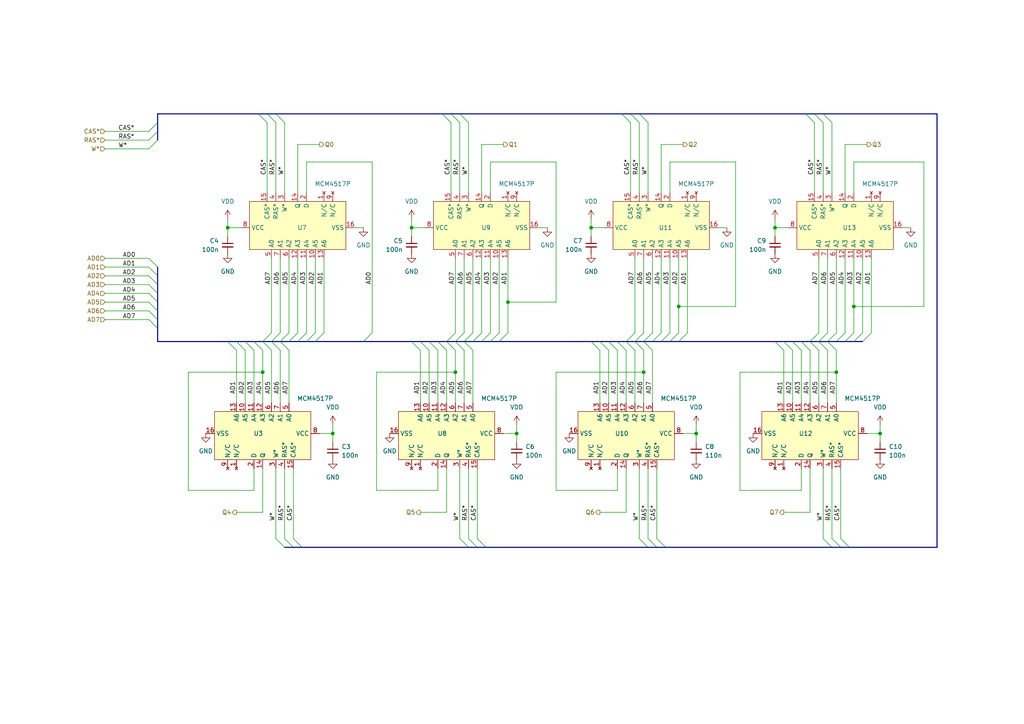
<source format=kicad_sch>
(kicad_sch (version 20230121) (generator eeschema)

  (uuid 9ccd2208-df9e-4f45-9090-aef807fca234)

  (paper "A4")

  (lib_symbols
    (symbol "Device:C_Small" (pin_numbers hide) (pin_names (offset 0.254) hide) (in_bom yes) (on_board yes)
      (property "Reference" "C" (at 0.254 1.778 0)
        (effects (font (size 1.27 1.27)) (justify left))
      )
      (property "Value" "C_Small" (at 0.254 -2.032 0)
        (effects (font (size 1.27 1.27)) (justify left))
      )
      (property "Footprint" "" (at 0 0 0)
        (effects (font (size 1.27 1.27)) hide)
      )
      (property "Datasheet" "~" (at 0 0 0)
        (effects (font (size 1.27 1.27)) hide)
      )
      (property "ki_keywords" "capacitor cap" (at 0 0 0)
        (effects (font (size 1.27 1.27)) hide)
      )
      (property "ki_description" "Unpolarized capacitor, small symbol" (at 0 0 0)
        (effects (font (size 1.27 1.27)) hide)
      )
      (property "ki_fp_filters" "C_*" (at 0 0 0)
        (effects (font (size 1.27 1.27)) hide)
      )
      (symbol "C_Small_0_1"
        (polyline
          (pts
            (xy -1.524 -0.508)
            (xy 1.524 -0.508)
          )
          (stroke (width 0.3302) (type default))
          (fill (type none))
        )
        (polyline
          (pts
            (xy -1.524 0.508)
            (xy 1.524 0.508)
          )
          (stroke (width 0.3048) (type default))
          (fill (type none))
        )
      )
      (symbol "C_Small_1_1"
        (pin passive line (at 0 2.54 270) (length 2.032)
          (name "~" (effects (font (size 1.27 1.27))))
          (number "1" (effects (font (size 1.27 1.27))))
        )
        (pin passive line (at 0 -2.54 90) (length 2.032)
          (name "~" (effects (font (size 1.27 1.27))))
          (number "2" (effects (font (size 1.27 1.27))))
        )
      )
    )
    (symbol "New_Library:MCM4517P" (in_bom yes) (on_board yes)
      (property "Reference" "U" (at 0 0 0)
        (effects (font (size 1.27 1.27)))
      )
      (property "Value" "MCM4517P" (at 7.62 16.51 0)
        (effects (font (size 1.27 1.27)))
      )
      (property "Footprint" "" (at 0 0 0)
        (effects (font (size 1.27 1.27)) hide)
      )
      (property "Datasheet" "" (at 0 0 0)
        (effects (font (size 1.27 1.27)) hide)
      )
      (symbol "MCM4517P_0_1"
        (rectangle (start -6.35 12.7) (end 7.62 -15.24)
          (stroke (width 0) (type default))
          (fill (type background))
        )
      )
      (symbol "MCM4517P_1_1"
        (pin no_connect line (at 10.16 -8.89 180) (length 2.54)
          (name "N/C" (effects (font (size 1.27 1.27))))
          (number "1" (effects (font (size 1.27 1.27))))
        )
        (pin input line (at -8.89 -6.35 0) (length 2.54)
          (name "A5" (effects (font (size 1.27 1.27))))
          (number "10" (effects (font (size 1.27 1.27))))
        )
        (pin input line (at -8.89 -3.81 0) (length 2.54)
          (name "A4" (effects (font (size 1.27 1.27))))
          (number "11" (effects (font (size 1.27 1.27))))
        )
        (pin input line (at -8.89 -1.27 0) (length 2.54)
          (name "A3" (effects (font (size 1.27 1.27))))
          (number "12" (effects (font (size 1.27 1.27))))
        )
        (pin input line (at -8.89 -8.89 0) (length 2.54)
          (name "A6" (effects (font (size 1.27 1.27))))
          (number "13" (effects (font (size 1.27 1.27))))
        )
        (pin output line (at 10.16 -1.27 180) (length 2.54)
          (name "Q" (effects (font (size 1.27 1.27))))
          (number "14" (effects (font (size 1.27 1.27))))
        )
        (pin input line (at 10.16 7.62 180) (length 2.54)
          (name "CAS*" (effects (font (size 1.27 1.27))))
          (number "15" (effects (font (size 1.27 1.27))))
        )
        (pin power_in line (at 0 -17.78 90) (length 2.54)
          (name "VSS" (effects (font (size 1.27 1.27))))
          (number "16" (effects (font (size 1.27 1.27))))
        )
        (pin input line (at 10.16 -3.81 180) (length 2.54)
          (name "D" (effects (font (size 1.27 1.27))))
          (number "2" (effects (font (size 1.27 1.27))))
        )
        (pin input line (at 10.16 2.54 180) (length 2.54)
          (name "W*" (effects (font (size 1.27 1.27))))
          (number "3" (effects (font (size 1.27 1.27))))
        )
        (pin input line (at 10.16 5.08 180) (length 2.54)
          (name "RAS*" (effects (font (size 1.27 1.27))))
          (number "4" (effects (font (size 1.27 1.27))))
        )
        (pin input line (at -8.89 6.35 0) (length 2.54)
          (name "A0" (effects (font (size 1.27 1.27))))
          (number "5" (effects (font (size 1.27 1.27))))
        )
        (pin input line (at -8.89 1.27 0) (length 2.54)
          (name "A2" (effects (font (size 1.27 1.27))))
          (number "6" (effects (font (size 1.27 1.27))))
        )
        (pin input line (at -8.89 3.81 0) (length 2.54)
          (name "A1" (effects (font (size 1.27 1.27))))
          (number "7" (effects (font (size 1.27 1.27))))
        )
        (pin power_in line (at 0 15.24 270) (length 2.54)
          (name "VCC" (effects (font (size 1.27 1.27))))
          (number "8" (effects (font (size 1.27 1.27))))
        )
        (pin no_connect line (at 10.16 -11.43 180) (length 2.54)
          (name "N/C" (effects (font (size 1.27 1.27))))
          (number "9" (effects (font (size 1.27 1.27))))
        )
      )
    )
    (symbol "power:GND" (power) (pin_names (offset 0)) (in_bom yes) (on_board yes)
      (property "Reference" "#PWR" (at 0 -6.35 0)
        (effects (font (size 1.27 1.27)) hide)
      )
      (property "Value" "GND" (at 0 -3.81 0)
        (effects (font (size 1.27 1.27)))
      )
      (property "Footprint" "" (at 0 0 0)
        (effects (font (size 1.27 1.27)) hide)
      )
      (property "Datasheet" "" (at 0 0 0)
        (effects (font (size 1.27 1.27)) hide)
      )
      (property "ki_keywords" "power-flag" (at 0 0 0)
        (effects (font (size 1.27 1.27)) hide)
      )
      (property "ki_description" "Power symbol creates a global label with name \"GND\" , ground" (at 0 0 0)
        (effects (font (size 1.27 1.27)) hide)
      )
      (symbol "GND_0_1"
        (polyline
          (pts
            (xy 0 0)
            (xy 0 -1.27)
            (xy 1.27 -1.27)
            (xy 0 -2.54)
            (xy -1.27 -1.27)
            (xy 0 -1.27)
          )
          (stroke (width 0) (type default))
          (fill (type none))
        )
      )
      (symbol "GND_1_1"
        (pin power_in line (at 0 0 270) (length 0) hide
          (name "GND" (effects (font (size 1.27 1.27))))
          (number "1" (effects (font (size 1.27 1.27))))
        )
      )
    )
    (symbol "power:VDD" (power) (pin_names (offset 0)) (in_bom yes) (on_board yes)
      (property "Reference" "#PWR" (at 0 -3.81 0)
        (effects (font (size 1.27 1.27)) hide)
      )
      (property "Value" "VDD" (at 0 3.81 0)
        (effects (font (size 1.27 1.27)))
      )
      (property "Footprint" "" (at 0 0 0)
        (effects (font (size 1.27 1.27)) hide)
      )
      (property "Datasheet" "" (at 0 0 0)
        (effects (font (size 1.27 1.27)) hide)
      )
      (property "ki_keywords" "power-flag" (at 0 0 0)
        (effects (font (size 1.27 1.27)) hide)
      )
      (property "ki_description" "Power symbol creates a global label with name \"VDD\"" (at 0 0 0)
        (effects (font (size 1.27 1.27)) hide)
      )
      (symbol "VDD_0_1"
        (polyline
          (pts
            (xy -0.762 1.27)
            (xy 0 2.54)
          )
          (stroke (width 0) (type default))
          (fill (type none))
        )
        (polyline
          (pts
            (xy 0 0)
            (xy 0 2.54)
          )
          (stroke (width 0) (type default))
          (fill (type none))
        )
        (polyline
          (pts
            (xy 0 2.54)
            (xy 0.762 1.27)
          )
          (stroke (width 0) (type default))
          (fill (type none))
        )
      )
      (symbol "VDD_1_1"
        (pin power_in line (at 0 0 90) (length 0) hide
          (name "VDD" (effects (font (size 1.27 1.27))))
          (number "1" (effects (font (size 1.27 1.27))))
        )
      )
    )
  )

  (junction (at 132.08 107.95) (diameter 0) (color 0 0 0 0)
    (uuid 0365e839-1848-46a9-b333-e07ddecf5f72)
  )
  (junction (at 147.32 87.63) (diameter 0) (color 0 0 0 0)
    (uuid 04fad220-4808-43bd-8775-2ddf34cee560)
  )
  (junction (at 224.79 66.04) (diameter 0) (color 0 0 0 0)
    (uuid 1b254595-1ba9-4d25-aed0-0bf2c219ed85)
  )
  (junction (at 96.52 125.73) (diameter 0) (color 0 0 0 0)
    (uuid 21b1bf11-7294-4683-8595-1919de5a6c77)
  )
  (junction (at 201.93 125.73) (diameter 0) (color 0 0 0 0)
    (uuid 2b41eca7-6892-42b6-b7dc-cecbbc60810e)
  )
  (junction (at 247.65 88.9) (diameter 0) (color 0 0 0 0)
    (uuid 2c3a6802-fab1-49c4-842b-46109e82069e)
  )
  (junction (at 171.45 66.04) (diameter 0) (color 0 0 0 0)
    (uuid 2da5e55f-dc93-4377-8894-ff7a23fa0fa6)
  )
  (junction (at 149.86 125.73) (diameter 0) (color 0 0 0 0)
    (uuid 2ebf7023-29ef-4b6d-87b7-c82b0ef841b7)
  )
  (junction (at 255.27 125.73) (diameter 0) (color 0 0 0 0)
    (uuid 8c74beac-952c-4bad-8cdc-92756e3c9a2b)
  )
  (junction (at 196.85 88.9) (diameter 0) (color 0 0 0 0)
    (uuid 9cb99a19-911a-4acb-9521-83cded1ac537)
  )
  (junction (at 76.2 107.95) (diameter 0) (color 0 0 0 0)
    (uuid b7ae59cb-fc98-4bbb-97f0-5b0b6e956baf)
  )
  (junction (at 66.04 66.04) (diameter 0) (color 0 0 0 0)
    (uuid c4872f9b-06f1-4e59-a258-2cf60d635a75)
  )
  (junction (at 119.38 66.04) (diameter 0) (color 0 0 0 0)
    (uuid dfc60041-f399-4fcb-8991-af45bdeab964)
  )
  (junction (at 242.57 107.95) (diameter 0) (color 0 0 0 0)
    (uuid e34e0e01-4674-45f4-a604-fb6d1a44e6c2)
  )
  (junction (at 186.69 107.95) (diameter 0) (color 0 0 0 0)
    (uuid f1303696-36fc-4616-bf69-2277c9cae652)
  )

  (bus_entry (at 66.04 99.06) (size 2.54 2.54)
    (stroke (width 0) (type default))
    (uuid 25f1969c-85ce-4a1d-892b-4dcf0eb38936)
  )
  (bus_entry (at 130.81 35.56) (size -2.54 -2.54)
    (stroke (width 0) (type default))
    (uuid 2a52d1ed-e301-45b4-b864-63f957c244d9)
  )
  (bus_entry (at 133.35 35.56) (size -2.54 -2.54)
    (stroke (width 0) (type default))
    (uuid 2a52d1ed-e301-45b4-b864-63f957c244da)
  )
  (bus_entry (at 135.89 35.56) (size -2.54 -2.54)
    (stroke (width 0) (type default))
    (uuid 2a52d1ed-e301-45b4-b864-63f957c244db)
  )
  (bus_entry (at 182.88 35.56) (size -2.54 -2.54)
    (stroke (width 0) (type default))
    (uuid 2a52d1ed-e301-45b4-b864-63f957c244dc)
  )
  (bus_entry (at 185.42 35.56) (size -2.54 -2.54)
    (stroke (width 0) (type default))
    (uuid 2a52d1ed-e301-45b4-b864-63f957c244dd)
  )
  (bus_entry (at 187.96 35.56) (size -2.54 -2.54)
    (stroke (width 0) (type default))
    (uuid 2a52d1ed-e301-45b4-b864-63f957c244de)
  )
  (bus_entry (at 236.22 35.56) (size -2.54 -2.54)
    (stroke (width 0) (type default))
    (uuid 2a52d1ed-e301-45b4-b864-63f957c244df)
  )
  (bus_entry (at 238.76 35.56) (size -2.54 -2.54)
    (stroke (width 0) (type default))
    (uuid 2a52d1ed-e301-45b4-b864-63f957c244e0)
  )
  (bus_entry (at 241.3 35.56) (size -2.54 -2.54)
    (stroke (width 0) (type default))
    (uuid 2a52d1ed-e301-45b4-b864-63f957c244e1)
  )
  (bus_entry (at 83.82 96.52) (size -2.54 2.54)
    (stroke (width 0) (type default))
    (uuid 39e33fe8-b56c-4241-a86e-3dddaf2d690f)
  )
  (bus_entry (at 86.36 96.52) (size -2.54 2.54)
    (stroke (width 0) (type default))
    (uuid 39e33fe8-b56c-4241-a86e-3dddaf2d6910)
  )
  (bus_entry (at 91.44 96.52) (size -2.54 2.54)
    (stroke (width 0) (type default))
    (uuid 39e33fe8-b56c-4241-a86e-3dddaf2d6911)
  )
  (bus_entry (at 93.98 96.52) (size -2.54 2.54)
    (stroke (width 0) (type default))
    (uuid 39e33fe8-b56c-4241-a86e-3dddaf2d6912)
  )
  (bus_entry (at 78.74 96.52) (size -2.54 2.54)
    (stroke (width 0) (type default))
    (uuid 39e33fe8-b56c-4241-a86e-3dddaf2d6913)
  )
  (bus_entry (at 81.28 96.52) (size -2.54 2.54)
    (stroke (width 0) (type default))
    (uuid 39e33fe8-b56c-4241-a86e-3dddaf2d6914)
  )
  (bus_entry (at 88.9 96.52) (size -2.54 2.54)
    (stroke (width 0) (type default))
    (uuid 39e33fe8-b56c-4241-a86e-3dddaf2d6915)
  )
  (bus_entry (at 43.18 87.63) (size 2.54 2.54)
    (stroke (width 0) (type default))
    (uuid 457d45f3-c2c8-45b4-b6c2-e5fd35d58e1d)
  )
  (bus_entry (at 43.18 92.71) (size 2.54 2.54)
    (stroke (width 0) (type default))
    (uuid 457d45f3-c2c8-45b4-b6c2-e5fd35d58e1e)
  )
  (bus_entry (at 43.18 90.17) (size 2.54 2.54)
    (stroke (width 0) (type default))
    (uuid 457d45f3-c2c8-45b4-b6c2-e5fd35d58e1f)
  )
  (bus_entry (at 43.18 85.09) (size 2.54 2.54)
    (stroke (width 0) (type default))
    (uuid 457d45f3-c2c8-45b4-b6c2-e5fd35d58e20)
  )
  (bus_entry (at 43.18 74.93) (size 2.54 2.54)
    (stroke (width 0) (type default))
    (uuid 457d45f3-c2c8-45b4-b6c2-e5fd35d58e21)
  )
  (bus_entry (at 43.18 77.47) (size 2.54 2.54)
    (stroke (width 0) (type default))
    (uuid 457d45f3-c2c8-45b4-b6c2-e5fd35d58e22)
  )
  (bus_entry (at 43.18 80.01) (size 2.54 2.54)
    (stroke (width 0) (type default))
    (uuid 457d45f3-c2c8-45b4-b6c2-e5fd35d58e23)
  )
  (bus_entry (at 43.18 82.55) (size 2.54 2.54)
    (stroke (width 0) (type default))
    (uuid 457d45f3-c2c8-45b4-b6c2-e5fd35d58e24)
  )
  (bus_entry (at 237.49 96.52) (size -2.54 2.54)
    (stroke (width 0) (type default))
    (uuid 4c9030c4-4549-46b0-a2d5-1b563d3dfb95)
  )
  (bus_entry (at 242.57 96.52) (size -2.54 2.54)
    (stroke (width 0) (type default))
    (uuid 4c9030c4-4549-46b0-a2d5-1b563d3dfb96)
  )
  (bus_entry (at 252.73 96.52) (size -2.54 2.54)
    (stroke (width 0) (type default))
    (uuid 4c9030c4-4549-46b0-a2d5-1b563d3dfb97)
  )
  (bus_entry (at 240.03 96.52) (size -2.54 2.54)
    (stroke (width 0) (type default))
    (uuid 4c9030c4-4549-46b0-a2d5-1b563d3dfb98)
  )
  (bus_entry (at 186.69 96.52) (size -2.54 2.54)
    (stroke (width 0) (type default))
    (uuid 4c9030c4-4549-46b0-a2d5-1b563d3dfb99)
  )
  (bus_entry (at 189.23 96.52) (size -2.54 2.54)
    (stroke (width 0) (type default))
    (uuid 4c9030c4-4549-46b0-a2d5-1b563d3dfb9a)
  )
  (bus_entry (at 191.77 96.52) (size -2.54 2.54)
    (stroke (width 0) (type default))
    (uuid 4c9030c4-4549-46b0-a2d5-1b563d3dfb9b)
  )
  (bus_entry (at 184.15 96.52) (size -2.54 2.54)
    (stroke (width 0) (type default))
    (uuid 4c9030c4-4549-46b0-a2d5-1b563d3dfb9c)
  )
  (bus_entry (at 194.31 96.52) (size -2.54 2.54)
    (stroke (width 0) (type default))
    (uuid 4c9030c4-4549-46b0-a2d5-1b563d3dfb9d)
  )
  (bus_entry (at 196.85 96.52) (size -2.54 2.54)
    (stroke (width 0) (type default))
    (uuid 4c9030c4-4549-46b0-a2d5-1b563d3dfb9e)
  )
  (bus_entry (at 199.39 96.52) (size -2.54 2.54)
    (stroke (width 0) (type default))
    (uuid 4c9030c4-4549-46b0-a2d5-1b563d3dfb9f)
  )
  (bus_entry (at 139.7 96.52) (size -2.54 2.54)
    (stroke (width 0) (type default))
    (uuid 4c9030c4-4549-46b0-a2d5-1b563d3dfba0)
  )
  (bus_entry (at 142.24 96.52) (size -2.54 2.54)
    (stroke (width 0) (type default))
    (uuid 4c9030c4-4549-46b0-a2d5-1b563d3dfba1)
  )
  (bus_entry (at 144.78 96.52) (size -2.54 2.54)
    (stroke (width 0) (type default))
    (uuid 4c9030c4-4549-46b0-a2d5-1b563d3dfba2)
  )
  (bus_entry (at 147.32 96.52) (size -2.54 2.54)
    (stroke (width 0) (type default))
    (uuid 4c9030c4-4549-46b0-a2d5-1b563d3dfba3)
  )
  (bus_entry (at 132.08 96.52) (size -2.54 2.54)
    (stroke (width 0) (type default))
    (uuid 4c9030c4-4549-46b0-a2d5-1b563d3dfba4)
  )
  (bus_entry (at 134.62 96.52) (size -2.54 2.54)
    (stroke (width 0) (type default))
    (uuid 4c9030c4-4549-46b0-a2d5-1b563d3dfba5)
  )
  (bus_entry (at 137.16 96.52) (size -2.54 2.54)
    (stroke (width 0) (type default))
    (uuid 4c9030c4-4549-46b0-a2d5-1b563d3dfba6)
  )
  (bus_entry (at 80.01 33.02) (size 2.54 2.54)
    (stroke (width 0) (type default))
    (uuid 6f44007d-8eb2-421b-ae46-63356443b4e8)
  )
  (bus_entry (at 74.93 33.02) (size 2.54 2.54)
    (stroke (width 0) (type default))
    (uuid 6f44007d-8eb2-421b-ae46-63356443b4e9)
  )
  (bus_entry (at 77.47 33.02) (size 2.54 2.54)
    (stroke (width 0) (type default))
    (uuid 6f44007d-8eb2-421b-ae46-63356443b4ea)
  )
  (bus_entry (at 245.11 96.52) (size -2.54 2.54)
    (stroke (width 0) (type default))
    (uuid 82941191-c72d-4403-8731-245283a7776a)
  )
  (bus_entry (at 250.19 96.52) (size -2.54 2.54)
    (stroke (width 0) (type default))
    (uuid 82941191-c72d-4403-8731-245283a7776b)
  )
  (bus_entry (at 247.65 96.52) (size -2.54 2.54)
    (stroke (width 0) (type default))
    (uuid 82941191-c72d-4403-8731-245283a7776c)
  )
  (bus_entry (at 241.3 158.75) (size -2.54 -2.54)
    (stroke (width 0) (type default))
    (uuid 898d09fb-e7f7-4dbd-807e-a8f0ea53113e)
  )
  (bus_entry (at 243.84 158.75) (size -2.54 -2.54)
    (stroke (width 0) (type default))
    (uuid 898d09fb-e7f7-4dbd-807e-a8f0ea53113f)
  )
  (bus_entry (at 246.38 158.75) (size -2.54 -2.54)
    (stroke (width 0) (type default))
    (uuid 898d09fb-e7f7-4dbd-807e-a8f0ea531140)
  )
  (bus_entry (at 82.55 158.75) (size -2.54 -2.54)
    (stroke (width 0) (type default))
    (uuid 898d09fb-e7f7-4dbd-807e-a8f0ea531141)
  )
  (bus_entry (at 85.09 158.75) (size -2.54 -2.54)
    (stroke (width 0) (type default))
    (uuid 898d09fb-e7f7-4dbd-807e-a8f0ea531142)
  )
  (bus_entry (at 87.63 158.75) (size -2.54 -2.54)
    (stroke (width 0) (type default))
    (uuid 898d09fb-e7f7-4dbd-807e-a8f0ea531143)
  )
  (bus_entry (at 135.89 158.75) (size -2.54 -2.54)
    (stroke (width 0) (type default))
    (uuid 898d09fb-e7f7-4dbd-807e-a8f0ea531144)
  )
  (bus_entry (at 138.43 158.75) (size -2.54 -2.54)
    (stroke (width 0) (type default))
    (uuid 898d09fb-e7f7-4dbd-807e-a8f0ea531145)
  )
  (bus_entry (at 140.97 158.75) (size -2.54 -2.54)
    (stroke (width 0) (type default))
    (uuid 898d09fb-e7f7-4dbd-807e-a8f0ea531146)
  )
  (bus_entry (at 187.96 158.75) (size -2.54 -2.54)
    (stroke (width 0) (type default))
    (uuid 898d09fb-e7f7-4dbd-807e-a8f0ea531147)
  )
  (bus_entry (at 190.5 158.75) (size -2.54 -2.54)
    (stroke (width 0) (type default))
    (uuid 898d09fb-e7f7-4dbd-807e-a8f0ea531148)
  )
  (bus_entry (at 193.04 158.75) (size -2.54 -2.54)
    (stroke (width 0) (type default))
    (uuid 898d09fb-e7f7-4dbd-807e-a8f0ea531149)
  )
  (bus_entry (at 71.12 99.06) (size 2.54 2.54)
    (stroke (width 0) (type default))
    (uuid 9cd1f564-bf2e-46b0-99ae-fcac45566eb0)
  )
  (bus_entry (at 68.58 99.06) (size 2.54 2.54)
    (stroke (width 0) (type default))
    (uuid 9cd1f564-bf2e-46b0-99ae-fcac45566eb1)
  )
  (bus_entry (at 73.66 99.06) (size 2.54 2.54)
    (stroke (width 0) (type default))
    (uuid 9cd1f564-bf2e-46b0-99ae-fcac45566eb2)
  )
  (bus_entry (at 76.2 99.06) (size 2.54 2.54)
    (stroke (width 0) (type default))
    (uuid 9cd1f564-bf2e-46b0-99ae-fcac45566eb3)
  )
  (bus_entry (at 78.74 99.06) (size 2.54 2.54)
    (stroke (width 0) (type default))
    (uuid 9cd1f564-bf2e-46b0-99ae-fcac45566eb4)
  )
  (bus_entry (at 81.28 99.06) (size 2.54 2.54)
    (stroke (width 0) (type default))
    (uuid 9cd1f564-bf2e-46b0-99ae-fcac45566eb5)
  )
  (bus_entry (at 107.95 96.52) (size -2.54 2.54)
    (stroke (width 0) (type default))
    (uuid 9f247496-0ffb-4e23-ab50-f92900959fd0)
  )
  (bus_entry (at 43.18 38.1) (size 2.54 -2.54)
    (stroke (width 0) (type default))
    (uuid bc1d3d4f-f468-4805-8e34-dcaa020c32e9)
  )
  (bus_entry (at 43.18 40.64) (size 2.54 -2.54)
    (stroke (width 0) (type default))
    (uuid bc1d3d4f-f468-4805-8e34-dcaa020c32ea)
  )
  (bus_entry (at 43.18 43.18) (size 2.54 -2.54)
    (stroke (width 0) (type default))
    (uuid bc1d3d4f-f468-4805-8e34-dcaa020c32eb)
  )
  (bus_entry (at 227.33 99.06) (size 2.54 2.54)
    (stroke (width 0) (type default))
    (uuid e1f7b78f-4c48-40db-804d-fd0be536641d)
  )
  (bus_entry (at 229.87 99.06) (size 2.54 2.54)
    (stroke (width 0) (type default))
    (uuid e1f7b78f-4c48-40db-804d-fd0be536641e)
  )
  (bus_entry (at 224.79 99.06) (size 2.54 2.54)
    (stroke (width 0) (type default))
    (uuid e1f7b78f-4c48-40db-804d-fd0be536641f)
  )
  (bus_entry (at 234.95 99.06) (size 2.54 2.54)
    (stroke (width 0) (type default))
    (uuid e1f7b78f-4c48-40db-804d-fd0be5366420)
  )
  (bus_entry (at 237.49 99.06) (size 2.54 2.54)
    (stroke (width 0) (type default))
    (uuid e1f7b78f-4c48-40db-804d-fd0be5366421)
  )
  (bus_entry (at 240.03 99.06) (size 2.54 2.54)
    (stroke (width 0) (type default))
    (uuid e1f7b78f-4c48-40db-804d-fd0be5366422)
  )
  (bus_entry (at 232.41 99.06) (size 2.54 2.54)
    (stroke (width 0) (type default))
    (uuid e1f7b78f-4c48-40db-804d-fd0be5366423)
  )
  (bus_entry (at 171.45 99.06) (size 2.54 2.54)
    (stroke (width 0) (type default))
    (uuid e1f7b78f-4c48-40db-804d-fd0be5366424)
  )
  (bus_entry (at 173.99 99.06) (size 2.54 2.54)
    (stroke (width 0) (type default))
    (uuid e1f7b78f-4c48-40db-804d-fd0be5366425)
  )
  (bus_entry (at 176.53 99.06) (size 2.54 2.54)
    (stroke (width 0) (type default))
    (uuid e1f7b78f-4c48-40db-804d-fd0be5366426)
  )
  (bus_entry (at 179.07 99.06) (size 2.54 2.54)
    (stroke (width 0) (type default))
    (uuid e1f7b78f-4c48-40db-804d-fd0be5366427)
  )
  (bus_entry (at 181.61 99.06) (size 2.54 2.54)
    (stroke (width 0) (type default))
    (uuid e1f7b78f-4c48-40db-804d-fd0be5366428)
  )
  (bus_entry (at 184.15 99.06) (size 2.54 2.54)
    (stroke (width 0) (type default))
    (uuid e1f7b78f-4c48-40db-804d-fd0be5366429)
  )
  (bus_entry (at 186.69 99.06) (size 2.54 2.54)
    (stroke (width 0) (type default))
    (uuid e1f7b78f-4c48-40db-804d-fd0be536642a)
  )
  (bus_entry (at 119.38 99.06) (size 2.54 2.54)
    (stroke (width 0) (type default))
    (uuid e1f7b78f-4c48-40db-804d-fd0be536642b)
  )
  (bus_entry (at 121.92 99.06) (size 2.54 2.54)
    (stroke (width 0) (type default))
    (uuid e1f7b78f-4c48-40db-804d-fd0be536642c)
  )
  (bus_entry (at 124.46 99.06) (size 2.54 2.54)
    (stroke (width 0) (type default))
    (uuid e1f7b78f-4c48-40db-804d-fd0be536642d)
  )
  (bus_entry (at 127 99.06) (size 2.54 2.54)
    (stroke (width 0) (type default))
    (uuid e1f7b78f-4c48-40db-804d-fd0be536642e)
  )
  (bus_entry (at 132.08 99.06) (size 2.54 2.54)
    (stroke (width 0) (type default))
    (uuid e1f7b78f-4c48-40db-804d-fd0be536642f)
  )
  (bus_entry (at 129.54 99.06) (size 2.54 2.54)
    (stroke (width 0) (type default))
    (uuid e1f7b78f-4c48-40db-804d-fd0be5366430)
  )
  (bus_entry (at 134.62 99.06) (size 2.54 2.54)
    (stroke (width 0) (type default))
    (uuid e1f7b78f-4c48-40db-804d-fd0be5366431)
  )

  (wire (pts (xy 227.33 101.6) (xy 227.33 116.84))
    (stroke (width 0) (type default))
    (uuid 00040a59-35c1-459b-b3c4-d8ca086ee847)
  )
  (wire (pts (xy 213.36 46.99) (xy 213.36 88.9))
    (stroke (width 0) (type default))
    (uuid 01219af7-b282-4100-80fe-3577dc684348)
  )
  (wire (pts (xy 201.93 123.19) (xy 201.93 125.73))
    (stroke (width 0) (type default))
    (uuid 01c6db2a-0285-4301-ab96-fddeb270f74c)
  )
  (bus (pts (xy 45.72 33.02) (xy 45.72 35.56))
    (stroke (width 0) (type default))
    (uuid 01cde994-2b01-4c57-a3e6-85267247f0bf)
  )

  (wire (pts (xy 76.2 107.95) (xy 76.2 116.84))
    (stroke (width 0) (type default))
    (uuid 033ecf72-354a-45ee-97a8-e048e58d19d3)
  )
  (wire (pts (xy 127 142.24) (xy 109.22 142.24))
    (stroke (width 0) (type default))
    (uuid 05b65874-a71a-4221-94d8-090aec6453f5)
  )
  (bus (pts (xy 132.08 99.06) (xy 134.62 99.06))
    (stroke (width 0) (type default))
    (uuid 067575cc-eebf-4c48-9376-c583c07cc494)
  )

  (wire (pts (xy 250.19 74.93) (xy 250.19 96.52))
    (stroke (width 0) (type default))
    (uuid 06c63a42-d226-4d7e-8faf-53746adaafa3)
  )
  (wire (pts (xy 119.38 63.5) (xy 119.38 66.04))
    (stroke (width 0) (type default))
    (uuid 09e81e57-69da-45ba-a137-24563de09996)
  )
  (wire (pts (xy 199.39 74.93) (xy 199.39 96.52))
    (stroke (width 0) (type default))
    (uuid 0b8bdd01-92b3-48be-8a81-bde9cc519b69)
  )
  (bus (pts (xy 193.04 158.75) (xy 241.3 158.75))
    (stroke (width 0) (type default))
    (uuid 0bc49b9b-8ad8-4e35-8014-48cf6bbf6446)
  )

  (wire (pts (xy 191.77 74.93) (xy 191.77 96.52))
    (stroke (width 0) (type default))
    (uuid 0cafb5ce-b952-48be-986d-36fcc6d3d6f2)
  )
  (bus (pts (xy 81.28 99.06) (xy 83.82 99.06))
    (stroke (width 0) (type default))
    (uuid 0f9fc1fb-ba52-4832-ab51-5ce194a39cc5)
  )

  (wire (pts (xy 241.3 35.56) (xy 241.3 55.88))
    (stroke (width 0) (type default))
    (uuid 0fbba8ff-d11c-4470-a9ab-7e6cf5749277)
  )
  (bus (pts (xy 240.03 99.06) (xy 242.57 99.06))
    (stroke (width 0) (type default))
    (uuid 108110d2-aefc-4489-8eda-3263487b954c)
  )
  (bus (pts (xy 45.72 99.06) (xy 66.04 99.06))
    (stroke (width 0) (type default))
    (uuid 11e4bc1e-4691-476b-a79b-f75c773eccbe)
  )
  (bus (pts (xy 180.34 33.02) (xy 182.88 33.02))
    (stroke (width 0) (type default))
    (uuid 12930018-d72a-43ab-b3c0-261985862d6d)
  )

  (wire (pts (xy 137.16 74.93) (xy 137.16 96.52))
    (stroke (width 0) (type default))
    (uuid 12d3f7c0-41d1-47a6-b54f-9cecc341ddbc)
  )
  (wire (pts (xy 73.66 142.24) (xy 54.61 142.24))
    (stroke (width 0) (type default))
    (uuid 132493a0-eb2d-438d-997e-3124c7fb52f1)
  )
  (bus (pts (xy 82.55 158.75) (xy 85.09 158.75))
    (stroke (width 0) (type default))
    (uuid 13c2ac4c-340e-44ab-bd47-0551b840181c)
  )

  (wire (pts (xy 30.48 90.17) (xy 43.18 90.17))
    (stroke (width 0) (type default))
    (uuid 14101f30-653c-49e8-b759-2a9b6f17772c)
  )
  (wire (pts (xy 171.45 66.04) (xy 171.45 68.58))
    (stroke (width 0) (type default))
    (uuid 1550a6ea-0f94-4650-8ef1-f531929ad130)
  )
  (wire (pts (xy 68.58 148.59) (xy 76.2 148.59))
    (stroke (width 0) (type default))
    (uuid 164a2b0a-5459-436d-bef8-f2b5136249d2)
  )
  (bus (pts (xy 237.49 99.06) (xy 240.03 99.06))
    (stroke (width 0) (type default))
    (uuid 166b60f4-7148-4b77-96b6-676e3935a979)
  )

  (wire (pts (xy 92.71 125.73) (xy 96.52 125.73))
    (stroke (width 0) (type default))
    (uuid 18035404-c5d2-47c0-b4d6-b19eb490b616)
  )
  (wire (pts (xy 54.61 142.24) (xy 54.61 107.95))
    (stroke (width 0) (type default))
    (uuid 18256dc5-5b8b-453a-bc69-55bfae759671)
  )
  (wire (pts (xy 85.09 135.89) (xy 85.09 156.21))
    (stroke (width 0) (type default))
    (uuid 191bb1b9-ee9d-4300-8694-104f85f2bb61)
  )
  (bus (pts (xy 45.72 35.56) (xy 45.72 38.1))
    (stroke (width 0) (type default))
    (uuid 1a062512-c76c-445b-a7b7-f3a2c05baab5)
  )

  (wire (pts (xy 73.66 135.89) (xy 73.66 142.24))
    (stroke (width 0) (type default))
    (uuid 1a5060ba-9eb3-427f-8cdb-7627d242fc27)
  )
  (bus (pts (xy 127 99.06) (xy 129.54 99.06))
    (stroke (width 0) (type default))
    (uuid 1ad46a8b-4bcc-4e7a-8c3c-257bb5a364e9)
  )
  (bus (pts (xy 242.57 99.06) (xy 245.11 99.06))
    (stroke (width 0) (type default))
    (uuid 1b2c9000-d9f7-442c-871d-d520f75dfb1a)
  )

  (wire (pts (xy 181.61 148.59) (xy 173.99 148.59))
    (stroke (width 0) (type default))
    (uuid 1c0d00f1-a05c-4a9d-829a-9c5d0482ae0d)
  )
  (wire (pts (xy 191.77 55.88) (xy 191.77 41.91))
    (stroke (width 0) (type default))
    (uuid 1c4792f9-891c-41f3-bc1d-05510fca2b95)
  )
  (bus (pts (xy 130.81 33.02) (xy 133.35 33.02))
    (stroke (width 0) (type default))
    (uuid 1c632247-ac33-4c3f-be4b-3ec1251f69ac)
  )

  (wire (pts (xy 134.62 74.93) (xy 134.62 96.52))
    (stroke (width 0) (type default))
    (uuid 1dc0d866-7718-411f-8a74-d01eea8f7680)
  )
  (bus (pts (xy 45.72 95.25) (xy 45.72 99.06))
    (stroke (width 0) (type default))
    (uuid 2051d84b-dde7-4483-abc7-4443860d79fa)
  )

  (wire (pts (xy 91.44 74.93) (xy 91.44 96.52))
    (stroke (width 0) (type default))
    (uuid 223236e0-0303-4dc7-9a07-7ae251b8800f)
  )
  (wire (pts (xy 96.52 125.73) (xy 96.52 128.27))
    (stroke (width 0) (type default))
    (uuid 22f90b24-995c-4a2d-b696-1113ac9c70f5)
  )
  (wire (pts (xy 69.85 66.04) (xy 66.04 66.04))
    (stroke (width 0) (type default))
    (uuid 2378f858-7ac7-41dd-8255-6250ebe2975c)
  )
  (wire (pts (xy 181.61 101.6) (xy 181.61 116.84))
    (stroke (width 0) (type default))
    (uuid 23d865c1-c2ec-49f6-a63e-090ae99df032)
  )
  (bus (pts (xy 76.2 99.06) (xy 78.74 99.06))
    (stroke (width 0) (type default))
    (uuid 25a5475f-5483-40a8-b261-5a765c3b2fdc)
  )

  (wire (pts (xy 135.89 135.89) (xy 135.89 156.21))
    (stroke (width 0) (type default))
    (uuid 28f7f79d-ed74-44d3-b6e3-18a013caffd7)
  )
  (wire (pts (xy 81.28 74.93) (xy 81.28 96.52))
    (stroke (width 0) (type default))
    (uuid 295334fc-d314-4017-ab59-83e99e8e7f50)
  )
  (wire (pts (xy 82.55 35.56) (xy 82.55 55.88))
    (stroke (width 0) (type default))
    (uuid 29535087-58e1-41a7-bf03-f07d1e1bb1f9)
  )
  (wire (pts (xy 144.78 74.93) (xy 144.78 96.52))
    (stroke (width 0) (type default))
    (uuid 29935a89-72a4-47cd-8246-9d3d9f360ee1)
  )
  (bus (pts (xy 71.12 99.06) (xy 73.66 99.06))
    (stroke (width 0) (type default))
    (uuid 2a7a3cf4-9eb5-4073-8114-0b9ed74efe0d)
  )
  (bus (pts (xy 176.53 99.06) (xy 179.07 99.06))
    (stroke (width 0) (type default))
    (uuid 2b5e3343-baf6-4245-9e07-a6dfeacf510c)
  )
  (bus (pts (xy 45.72 38.1) (xy 45.72 40.64))
    (stroke (width 0) (type default))
    (uuid 2d6ec611-e965-434e-b191-cbd11fa75edb)
  )
  (bus (pts (xy 129.54 99.06) (xy 132.08 99.06))
    (stroke (width 0) (type default))
    (uuid 2e937723-4817-4948-9326-5353c150efef)
  )

  (wire (pts (xy 185.42 35.56) (xy 185.42 55.88))
    (stroke (width 0) (type default))
    (uuid 2f1d25b9-089e-41cb-94d7-dd3638f45dd7)
  )
  (wire (pts (xy 189.23 101.6) (xy 189.23 116.84))
    (stroke (width 0) (type default))
    (uuid 30778dee-43ef-4907-872a-1d9e46f9982d)
  )
  (wire (pts (xy 194.31 74.93) (xy 194.31 96.52))
    (stroke (width 0) (type default))
    (uuid 307ece70-90c6-4edf-8996-dc1379b13d99)
  )
  (bus (pts (xy 134.62 99.06) (xy 137.16 99.06))
    (stroke (width 0) (type default))
    (uuid 308db6df-2fd8-41a2-bf70-6393f4c41b99)
  )

  (wire (pts (xy 234.95 135.89) (xy 234.95 148.59))
    (stroke (width 0) (type default))
    (uuid 33bcfcf1-e722-426a-8de1-3936ef0ef134)
  )
  (bus (pts (xy 86.36 99.06) (xy 88.9 99.06))
    (stroke (width 0) (type default))
    (uuid 343f9c24-83b4-4d64-b456-c50e69d5315c)
  )

  (wire (pts (xy 109.22 107.95) (xy 132.08 107.95))
    (stroke (width 0) (type default))
    (uuid 3447676a-996c-4033-93d7-efe29454c2a7)
  )
  (wire (pts (xy 264.16 66.04) (xy 261.62 66.04))
    (stroke (width 0) (type default))
    (uuid 3504fd26-d5d8-45e1-8fb7-9d929ac5a118)
  )
  (wire (pts (xy 132.08 74.93) (xy 132.08 96.52))
    (stroke (width 0) (type default))
    (uuid 3522349c-20b2-46fa-a260-8a1f698de029)
  )
  (wire (pts (xy 129.54 135.89) (xy 129.54 148.59))
    (stroke (width 0) (type default))
    (uuid 354f56ee-7126-445f-bce4-0319090b7e09)
  )
  (wire (pts (xy 173.99 101.6) (xy 173.99 116.84))
    (stroke (width 0) (type default))
    (uuid 3587023a-fd09-448b-981e-d9ff5e114ba9)
  )
  (bus (pts (xy 121.92 99.06) (xy 124.46 99.06))
    (stroke (width 0) (type default))
    (uuid 38ff09f4-5e56-49e4-9a03-a98900ecb1a1)
  )

  (wire (pts (xy 134.62 101.6) (xy 134.62 116.84))
    (stroke (width 0) (type default))
    (uuid 39654a20-6ca2-4f96-b75d-b5d2d253cfde)
  )
  (wire (pts (xy 73.66 101.6) (xy 73.66 116.84))
    (stroke (width 0) (type default))
    (uuid 39b04eb3-3b54-4ccf-8012-60f8e73f0593)
  )
  (wire (pts (xy 68.58 101.6) (xy 68.58 116.84))
    (stroke (width 0) (type default))
    (uuid 3ad4d5f1-a76e-402b-937b-a20cc557d66d)
  )
  (wire (pts (xy 255.27 123.19) (xy 255.27 125.73))
    (stroke (width 0) (type default))
    (uuid 3b7f53c8-6718-4d4c-9a05-28b9230611bf)
  )
  (wire (pts (xy 132.08 101.6) (xy 132.08 107.95))
    (stroke (width 0) (type default))
    (uuid 3bab81b8-0bfe-42b6-8d11-54050528f6fb)
  )
  (wire (pts (xy 133.35 135.89) (xy 133.35 156.21))
    (stroke (width 0) (type default))
    (uuid 3eb74c6e-8406-49c7-aac8-826e49b345eb)
  )
  (wire (pts (xy 88.9 46.99) (xy 107.95 46.99))
    (stroke (width 0) (type default))
    (uuid 4120fc84-360f-4514-b488-1a055a40fdd1)
  )
  (bus (pts (xy 80.01 33.02) (xy 128.27 33.02))
    (stroke (width 0) (type default))
    (uuid 41568fef-58fc-4d85-859f-31635025638a)
  )

  (wire (pts (xy 142.24 55.88) (xy 142.24 46.99))
    (stroke (width 0) (type default))
    (uuid 42d299ea-e31a-4ccb-92f1-53344555b252)
  )
  (wire (pts (xy 182.88 35.56) (xy 182.88 55.88))
    (stroke (width 0) (type default))
    (uuid 43412ca1-bd6d-48eb-b4e5-5d3d359e87d5)
  )
  (wire (pts (xy 30.48 92.71) (xy 43.18 92.71))
    (stroke (width 0) (type default))
    (uuid 44937282-a6dd-45e1-8485-5d964ac9e219)
  )
  (bus (pts (xy 184.15 99.06) (xy 186.69 99.06))
    (stroke (width 0) (type default))
    (uuid 45504676-2588-45ec-96f0-221cd2d739ad)
  )

  (wire (pts (xy 238.76 35.56) (xy 238.76 55.88))
    (stroke (width 0) (type default))
    (uuid 45dc692e-6670-44c7-afd0-433c84da834e)
  )
  (wire (pts (xy 123.19 66.04) (xy 119.38 66.04))
    (stroke (width 0) (type default))
    (uuid 4750d46b-ad3f-40d7-b31e-c25c85247ca2)
  )
  (wire (pts (xy 81.28 101.6) (xy 81.28 116.84))
    (stroke (width 0) (type default))
    (uuid 47afeed7-898a-47cf-a7da-75c27a1c05da)
  )
  (wire (pts (xy 232.41 142.24) (xy 214.63 142.24))
    (stroke (width 0) (type default))
    (uuid 490c15e5-2f72-487c-bb9b-520cffe8a2c6)
  )
  (wire (pts (xy 179.07 135.89) (xy 179.07 142.24))
    (stroke (width 0) (type default))
    (uuid 4999d8cd-241f-437b-b024-f6265b13e604)
  )
  (wire (pts (xy 78.74 101.6) (xy 78.74 116.84))
    (stroke (width 0) (type default))
    (uuid 49e24433-4bb2-453d-a00e-5cb711122e97)
  )
  (wire (pts (xy 196.85 74.93) (xy 196.85 88.9))
    (stroke (width 0) (type default))
    (uuid 4f5a7e2a-4264-4883-85c1-1bc3077376ff)
  )
  (wire (pts (xy 187.96 35.56) (xy 187.96 55.88))
    (stroke (width 0) (type default))
    (uuid 51276c4b-cfa6-42d6-a45a-b0c3a3410445)
  )
  (wire (pts (xy 214.63 142.24) (xy 214.63 107.95))
    (stroke (width 0) (type default))
    (uuid 512dfa5e-3375-4770-b880-c20ac4b3abc0)
  )
  (wire (pts (xy 196.85 88.9) (xy 196.85 96.52))
    (stroke (width 0) (type default))
    (uuid 5186799c-7a45-4076-9a08-fc5818a8739e)
  )
  (bus (pts (xy 78.74 99.06) (xy 81.28 99.06))
    (stroke (width 0) (type default))
    (uuid 51ed25f5-76e3-431c-a1a4-24452d75ebd0)
  )

  (wire (pts (xy 109.22 142.24) (xy 109.22 107.95))
    (stroke (width 0) (type default))
    (uuid 52a24e66-0fe9-484f-bb93-25a5c737b56d)
  )
  (wire (pts (xy 240.03 74.93) (xy 240.03 96.52))
    (stroke (width 0) (type default))
    (uuid 5520cd0d-2d29-48fe-b0f2-007cf9d56b1f)
  )
  (wire (pts (xy 71.12 101.6) (xy 71.12 116.84))
    (stroke (width 0) (type default))
    (uuid 5590a8b8-23bd-4440-8aa6-3cb7d0db6b25)
  )
  (bus (pts (xy 241.3 158.75) (xy 243.84 158.75))
    (stroke (width 0) (type default))
    (uuid 56c667fd-21f6-4eea-a7c3-0e06ba2d5d3d)
  )

  (wire (pts (xy 96.52 123.19) (xy 96.52 125.73))
    (stroke (width 0) (type default))
    (uuid 570de0a7-c479-4f65-ae2b-9225b302c51e)
  )
  (wire (pts (xy 161.29 87.63) (xy 147.32 87.63))
    (stroke (width 0) (type default))
    (uuid 591cac55-061d-4369-952c-8a6adf81ef46)
  )
  (wire (pts (xy 175.26 66.04) (xy 171.45 66.04))
    (stroke (width 0) (type default))
    (uuid 59bb5e0c-f0e1-47fc-9d05-3b1aaf532819)
  )
  (wire (pts (xy 245.11 41.91) (xy 251.46 41.91))
    (stroke (width 0) (type default))
    (uuid 5b7a6218-db5e-438d-86ae-f19f3b35dcb6)
  )
  (wire (pts (xy 142.24 74.93) (xy 142.24 96.52))
    (stroke (width 0) (type default))
    (uuid 5bc91e67-8f9b-4f4c-8084-89539b744781)
  )
  (bus (pts (xy 181.61 99.06) (xy 184.15 99.06))
    (stroke (width 0) (type default))
    (uuid 5c61177b-7581-4f9d-b52a-da2ec57f1af5)
  )
  (bus (pts (xy 227.33 99.06) (xy 229.87 99.06))
    (stroke (width 0) (type default))
    (uuid 5f6ff1fa-a200-4443-95bc-8deeaa5968ab)
  )

  (wire (pts (xy 267.97 88.9) (xy 247.65 88.9))
    (stroke (width 0) (type default))
    (uuid 5fe4fc97-11e5-43a7-bbca-9793ab0d23cb)
  )
  (bus (pts (xy 45.72 87.63) (xy 45.72 90.17))
    (stroke (width 0) (type default))
    (uuid 617f886e-91fc-4ff0-9d4e-877b3337f3e2)
  )
  (bus (pts (xy 119.38 99.06) (xy 121.92 99.06))
    (stroke (width 0) (type default))
    (uuid 6503feaf-9cc3-406d-8c7a-6d41975ce424)
  )

  (wire (pts (xy 228.6 66.04) (xy 224.79 66.04))
    (stroke (width 0) (type default))
    (uuid 668a5159-1e25-4d62-af9f-bc39157b4695)
  )
  (wire (pts (xy 133.35 35.56) (xy 133.35 55.88))
    (stroke (width 0) (type default))
    (uuid 66e861b8-12eb-4e96-9024-722d9570306d)
  )
  (wire (pts (xy 245.11 74.93) (xy 245.11 96.52))
    (stroke (width 0) (type default))
    (uuid 685585c7-d1ff-4019-b46c-30589eb3f073)
  )
  (wire (pts (xy 30.48 82.55) (xy 43.18 82.55))
    (stroke (width 0) (type default))
    (uuid 68c66375-4351-45db-b383-bc4a9b223ad8)
  )
  (wire (pts (xy 190.5 135.89) (xy 190.5 156.21))
    (stroke (width 0) (type default))
    (uuid 691c80b0-812b-48f7-806f-47d5924ad774)
  )
  (wire (pts (xy 184.15 74.93) (xy 184.15 96.52))
    (stroke (width 0) (type default))
    (uuid 6ae7e501-3e3b-4ff7-b8dc-3974afc9ce7d)
  )
  (bus (pts (xy 243.84 158.75) (xy 246.38 158.75))
    (stroke (width 0) (type default))
    (uuid 6ca39b53-b0ac-440f-96ca-46329b8dd0c5)
  )

  (wire (pts (xy 146.05 125.73) (xy 149.86 125.73))
    (stroke (width 0) (type default))
    (uuid 6cc5c67f-e661-473d-b3a8-2a57ed303c7f)
  )
  (wire (pts (xy 242.57 107.95) (xy 242.57 116.84))
    (stroke (width 0) (type default))
    (uuid 70943512-0090-4d47-b3e3-d933210cf763)
  )
  (wire (pts (xy 139.7 55.88) (xy 139.7 41.91))
    (stroke (width 0) (type default))
    (uuid 70e1444f-77d5-452e-bd5f-60a30158dbfc)
  )
  (wire (pts (xy 247.65 74.93) (xy 247.65 88.9))
    (stroke (width 0) (type default))
    (uuid 74526b56-060e-4b8b-8f23-4e08040bd3ec)
  )
  (wire (pts (xy 171.45 63.5) (xy 171.45 66.04))
    (stroke (width 0) (type default))
    (uuid 763b88b1-780d-4a71-9f52-51ece393f506)
  )
  (wire (pts (xy 184.15 101.6) (xy 184.15 116.84))
    (stroke (width 0) (type default))
    (uuid 76ffa32d-c8e2-4e83-b98a-68926e70470c)
  )
  (wire (pts (xy 76.2 148.59) (xy 76.2 135.89))
    (stroke (width 0) (type default))
    (uuid 78b3d099-96d4-4933-a56a-659f96928c01)
  )
  (wire (pts (xy 66.04 63.5) (xy 66.04 66.04))
    (stroke (width 0) (type default))
    (uuid 79b5f609-8af1-49e4-b0f9-a37d0f93bf97)
  )
  (wire (pts (xy 194.31 55.88) (xy 194.31 46.99))
    (stroke (width 0) (type default))
    (uuid 7a4d6006-85e0-4ce9-ab6a-73ff6c687753)
  )
  (wire (pts (xy 242.57 101.6) (xy 242.57 107.95))
    (stroke (width 0) (type default))
    (uuid 7b5ea80a-8ccf-4943-bfd8-a88de6c929ed)
  )
  (bus (pts (xy 140.97 158.75) (xy 187.96 158.75))
    (stroke (width 0) (type default))
    (uuid 7bad0479-9249-4099-bf78-ca40d493bff7)
  )

  (wire (pts (xy 194.31 46.99) (xy 213.36 46.99))
    (stroke (width 0) (type default))
    (uuid 7c0a763e-021e-45c8-8c90-2505ef916365)
  )
  (bus (pts (xy 194.31 99.06) (xy 196.85 99.06))
    (stroke (width 0) (type default))
    (uuid 7cc7bb23-a415-492a-8c22-8a8bbc7400cb)
  )

  (wire (pts (xy 105.41 66.04) (xy 102.87 66.04))
    (stroke (width 0) (type default))
    (uuid 7d7b4fff-0f3d-4778-9a8b-cbcd9482be9c)
  )
  (wire (pts (xy 86.36 74.93) (xy 86.36 96.52))
    (stroke (width 0) (type default))
    (uuid 7fe73fc8-f955-4ad9-b3d2-b9855f419236)
  )
  (wire (pts (xy 139.7 41.91) (xy 146.05 41.91))
    (stroke (width 0) (type default))
    (uuid 821ef20f-e4cc-419a-9c95-8a82945453c9)
  )
  (bus (pts (xy 246.38 158.75) (xy 271.78 158.75))
    (stroke (width 0) (type default))
    (uuid 836d628f-9be5-4d5e-9c8f-df8240bfbda7)
  )

  (wire (pts (xy 237.49 74.93) (xy 237.49 96.52))
    (stroke (width 0) (type default))
    (uuid 84e6afd2-a2b0-4dde-9396-b8e25684b6a9)
  )
  (wire (pts (xy 129.54 148.59) (xy 121.92 148.59))
    (stroke (width 0) (type default))
    (uuid 85229f35-71d9-48ab-8524-2c9e448eac7c)
  )
  (bus (pts (xy 139.7 99.06) (xy 142.24 99.06))
    (stroke (width 0) (type default))
    (uuid 86a6de12-7047-484f-a07f-453617eb9bf9)
  )

  (wire (pts (xy 232.41 101.6) (xy 232.41 116.84))
    (stroke (width 0) (type default))
    (uuid 86cc04db-0625-46a8-87e5-e86f99da766c)
  )
  (wire (pts (xy 185.42 135.89) (xy 185.42 156.21))
    (stroke (width 0) (type default))
    (uuid 86d909de-34d4-4271-a9e3-a406e6383e54)
  )
  (wire (pts (xy 240.03 101.6) (xy 240.03 116.84))
    (stroke (width 0) (type default))
    (uuid 87a3d69e-ed40-4c2d-a0cf-3f682f0140f4)
  )
  (wire (pts (xy 107.95 46.99) (xy 107.95 96.52))
    (stroke (width 0) (type default))
    (uuid 885bc278-14d9-45ea-a2ee-1f6ae1e81f9c)
  )
  (wire (pts (xy 129.54 101.6) (xy 129.54 116.84))
    (stroke (width 0) (type default))
    (uuid 897ce9fa-94c9-40c6-acaa-dab6c92d72ab)
  )
  (wire (pts (xy 139.7 74.93) (xy 139.7 96.52))
    (stroke (width 0) (type default))
    (uuid 8bbb84b7-0529-471c-908c-973adbe59d7b)
  )
  (wire (pts (xy 213.36 88.9) (xy 196.85 88.9))
    (stroke (width 0) (type default))
    (uuid 8c244b90-0356-41cd-80ff-2498ddb5b707)
  )
  (bus (pts (xy 229.87 99.06) (xy 232.41 99.06))
    (stroke (width 0) (type default))
    (uuid 8cbc1017-98ee-42e6-a389-2df1d4f5546d)
  )

  (wire (pts (xy 267.97 46.99) (xy 267.97 88.9))
    (stroke (width 0) (type default))
    (uuid 8ce3ec4a-31be-4460-bf42-11326985e173)
  )
  (bus (pts (xy 74.93 33.02) (xy 77.47 33.02))
    (stroke (width 0) (type default))
    (uuid 8d0fdf00-a24e-499e-af0e-b3711bc162e2)
  )

  (wire (pts (xy 247.65 46.99) (xy 267.97 46.99))
    (stroke (width 0) (type default))
    (uuid 8d6f01d3-dd0b-4396-8875-20c74078c96e)
  )
  (bus (pts (xy 45.72 77.47) (xy 45.72 80.01))
    (stroke (width 0) (type default))
    (uuid 8dfd4f5d-5294-46b6-9641-df50b4a41fbf)
  )

  (wire (pts (xy 119.38 66.04) (xy 119.38 68.58))
    (stroke (width 0) (type default))
    (uuid 8e5ce9c4-054a-4677-8f7f-a130aece2de0)
  )
  (bus (pts (xy 45.72 92.71) (xy 45.72 95.25))
    (stroke (width 0) (type default))
    (uuid 8f73e708-8eda-4c07-a07e-08385a936968)
  )
  (bus (pts (xy 66.04 99.06) (xy 68.58 99.06))
    (stroke (width 0) (type default))
    (uuid 90e51230-8f45-4a5e-b26a-6f0114fa540d)
  )
  (bus (pts (xy 224.79 99.06) (xy 227.33 99.06))
    (stroke (width 0) (type default))
    (uuid 913d0db2-cd06-4024-8e00-edbc81266da4)
  )

  (wire (pts (xy 238.76 135.89) (xy 238.76 156.21))
    (stroke (width 0) (type default))
    (uuid 921736b6-9b2c-481a-8bad-39ae72983f37)
  )
  (bus (pts (xy 83.82 99.06) (xy 86.36 99.06))
    (stroke (width 0) (type default))
    (uuid 924fbfcb-68f9-42ae-8252-926ee51f3762)
  )

  (wire (pts (xy 234.95 148.59) (xy 227.33 148.59))
    (stroke (width 0) (type default))
    (uuid 9508be31-4a90-4592-8dce-7f787964fc30)
  )
  (wire (pts (xy 232.41 135.89) (xy 232.41 142.24))
    (stroke (width 0) (type default))
    (uuid 95e040bb-4842-45da-914b-04d68aec6ce6)
  )
  (wire (pts (xy 234.95 101.6) (xy 234.95 116.84))
    (stroke (width 0) (type default))
    (uuid 95f9b30a-dc0e-4c36-9d17-6a2e7e45d177)
  )
  (wire (pts (xy 127 101.6) (xy 127 116.84))
    (stroke (width 0) (type default))
    (uuid 96572571-38a2-474a-bb32-d15e4535a001)
  )
  (bus (pts (xy 187.96 158.75) (xy 190.5 158.75))
    (stroke (width 0) (type default))
    (uuid 966729d8-3873-45ae-83cc-295a8d34da77)
  )

  (wire (pts (xy 247.65 88.9) (xy 247.65 96.52))
    (stroke (width 0) (type default))
    (uuid 97e362cc-6dac-4f00-93ac-c2f832782974)
  )
  (bus (pts (xy 73.66 99.06) (xy 76.2 99.06))
    (stroke (width 0) (type default))
    (uuid 98ecaa12-c722-4a09-aae7-211cd61e06b9)
  )
  (bus (pts (xy 236.22 33.02) (xy 238.76 33.02))
    (stroke (width 0) (type default))
    (uuid 991095fd-5a2a-4bca-9938-ce3768ef39e4)
  )

  (wire (pts (xy 30.48 77.47) (xy 43.18 77.47))
    (stroke (width 0) (type default))
    (uuid 9962d9f5-01b0-4815-9d61-221760acfc10)
  )
  (wire (pts (xy 30.48 40.64) (xy 43.18 40.64))
    (stroke (width 0) (type default))
    (uuid 997f811e-3937-4534-b4f8-b8fd585d4b2d)
  )
  (wire (pts (xy 149.86 125.73) (xy 149.86 128.27))
    (stroke (width 0) (type default))
    (uuid 99fbea38-6ddb-410f-a55d-ed96b05d706a)
  )
  (wire (pts (xy 186.69 101.6) (xy 186.69 107.95))
    (stroke (width 0) (type default))
    (uuid 9b3e6f9c-ad7a-4f00-9116-c4e51beeaed2)
  )
  (bus (pts (xy 137.16 99.06) (xy 139.7 99.06))
    (stroke (width 0) (type default))
    (uuid 9e1128f1-edca-4c6d-8986-60fcf77a9cc2)
  )

  (wire (pts (xy 179.07 101.6) (xy 179.07 116.84))
    (stroke (width 0) (type default))
    (uuid 9fae406b-3942-491b-9a32-02e207d77e51)
  )
  (bus (pts (xy 234.95 99.06) (xy 237.49 99.06))
    (stroke (width 0) (type default))
    (uuid 9ff930fa-eeea-405c-b30a-f3042a02cb9c)
  )

  (wire (pts (xy 161.29 142.24) (xy 161.29 107.95))
    (stroke (width 0) (type default))
    (uuid a06b0f53-8225-45fd-bf2e-205da6fc8bbf)
  )
  (wire (pts (xy 186.69 74.93) (xy 186.69 96.52))
    (stroke (width 0) (type default))
    (uuid a12c3faf-2bbc-4883-a635-f11474e0a005)
  )
  (bus (pts (xy 87.63 158.75) (xy 135.89 158.75))
    (stroke (width 0) (type default))
    (uuid a26b892d-d6f3-48cb-adf7-2ae9a4f387d9)
  )
  (bus (pts (xy 185.42 33.02) (xy 233.68 33.02))
    (stroke (width 0) (type default))
    (uuid a2f39614-9b29-48c8-bf61-0324f67fcd72)
  )

  (wire (pts (xy 130.81 35.56) (xy 130.81 55.88))
    (stroke (width 0) (type default))
    (uuid a481d250-a6a0-4ed4-8091-8e63c3d53889)
  )
  (wire (pts (xy 30.48 74.93) (xy 43.18 74.93))
    (stroke (width 0) (type default))
    (uuid a4a865ce-0ebd-440e-bfe3-27b9f371fdd6)
  )
  (bus (pts (xy 190.5 158.75) (xy 193.04 158.75))
    (stroke (width 0) (type default))
    (uuid a578c297-c9cf-4584-97fa-e7816adfe334)
  )
  (bus (pts (xy 133.35 33.02) (xy 180.34 33.02))
    (stroke (width 0) (type default))
    (uuid a57e95cd-31fd-4cd7-b722-bf348ae237d9)
  )

  (wire (pts (xy 78.74 74.93) (xy 78.74 96.52))
    (stroke (width 0) (type default))
    (uuid a6b90b70-31fc-4f66-9dbe-aa5668e92db5)
  )
  (bus (pts (xy 45.72 33.02) (xy 74.93 33.02))
    (stroke (width 0) (type default))
    (uuid a6cf3569-9689-40b9-97fd-281892ca392b)
  )

  (wire (pts (xy 191.77 41.91) (xy 198.12 41.91))
    (stroke (width 0) (type default))
    (uuid a77fd689-2433-4292-a160-7e8934c2171a)
  )
  (wire (pts (xy 127 135.89) (xy 127 142.24))
    (stroke (width 0) (type default))
    (uuid a7d49c5b-9141-4abc-b5b0-4f571f1d1de3)
  )
  (wire (pts (xy 83.82 101.6) (xy 83.82 116.84))
    (stroke (width 0) (type default))
    (uuid a8c69be3-eef8-42f1-9686-1125d743ffcf)
  )
  (bus (pts (xy 45.72 80.01) (xy 45.72 82.55))
    (stroke (width 0) (type default))
    (uuid aa2c81d0-6a1d-4ed1-ab48-af7b67ddec45)
  )
  (bus (pts (xy 85.09 158.75) (xy 87.63 158.75))
    (stroke (width 0) (type default))
    (uuid ad7dbbee-42b7-4138-ad51-6d030c1a7876)
  )

  (wire (pts (xy 245.11 55.88) (xy 245.11 41.91))
    (stroke (width 0) (type default))
    (uuid add9f046-b850-49af-869f-f9750b24afe8)
  )
  (bus (pts (xy 144.78 99.06) (xy 171.45 99.06))
    (stroke (width 0) (type default))
    (uuid af1bd1c6-4997-4334-86f3-02777f650b95)
  )

  (wire (pts (xy 186.69 107.95) (xy 186.69 116.84))
    (stroke (width 0) (type default))
    (uuid afe50464-ad4c-4cd7-8875-fd2d56964180)
  )
  (bus (pts (xy 135.89 158.75) (xy 138.43 158.75))
    (stroke (width 0) (type default))
    (uuid b31960e7-a0eb-4196-a0ae-645ff7f02d30)
  )
  (bus (pts (xy 45.72 82.55) (xy 45.72 85.09))
    (stroke (width 0) (type default))
    (uuid b389b35a-167b-4a8d-b95d-0bb6aff516f7)
  )
  (bus (pts (xy 245.11 99.06) (xy 247.65 99.06))
    (stroke (width 0) (type default))
    (uuid b3b234ab-7a51-4bc3-993a-40a8bccdee58)
  )

  (wire (pts (xy 54.61 107.95) (xy 76.2 107.95))
    (stroke (width 0) (type default))
    (uuid b6cc17f2-3e4c-4675-9c05-b5465d519afd)
  )
  (wire (pts (xy 147.32 87.63) (xy 147.32 96.52))
    (stroke (width 0) (type default))
    (uuid b6f4d823-622a-4d5f-8546-ef0b9d61425b)
  )
  (wire (pts (xy 214.63 107.95) (xy 242.57 107.95))
    (stroke (width 0) (type default))
    (uuid b70ea41b-ea02-4b83-9ff0-454c7ad878c3)
  )
  (wire (pts (xy 241.3 135.89) (xy 241.3 156.21))
    (stroke (width 0) (type default))
    (uuid b9b9abba-e26a-434a-8d8d-6c559bb1e366)
  )
  (wire (pts (xy 82.55 135.89) (xy 82.55 156.21))
    (stroke (width 0) (type default))
    (uuid bc504595-1286-4737-b7d5-5a0c40252c80)
  )
  (bus (pts (xy 173.99 99.06) (xy 176.53 99.06))
    (stroke (width 0) (type default))
    (uuid bd4b3b0b-848c-43b9-b96f-914ace7a29d6)
  )

  (wire (pts (xy 179.07 142.24) (xy 161.29 142.24))
    (stroke (width 0) (type default))
    (uuid bfbd2819-d5c9-434d-98c0-4cc1acbaae08)
  )
  (wire (pts (xy 242.57 74.93) (xy 242.57 96.52))
    (stroke (width 0) (type default))
    (uuid bfda2715-00fd-4cfd-a7a4-6b27d51f87a3)
  )
  (wire (pts (xy 80.01 135.89) (xy 80.01 156.21))
    (stroke (width 0) (type default))
    (uuid c0257e06-9368-4bf9-ae52-024f35bc56ac)
  )
  (wire (pts (xy 224.79 66.04) (xy 224.79 68.58))
    (stroke (width 0) (type default))
    (uuid c120f4f4-2d96-4e23-b1ac-6d2538d30b74)
  )
  (bus (pts (xy 91.44 99.06) (xy 105.41 99.06))
    (stroke (width 0) (type default))
    (uuid c158e24e-b367-436b-b2da-1a7dfb5a1961)
  )
  (bus (pts (xy 189.23 99.06) (xy 191.77 99.06))
    (stroke (width 0) (type default))
    (uuid c1bff813-d570-4170-9d2d-33d1754c9383)
  )

  (wire (pts (xy 251.46 125.73) (xy 255.27 125.73))
    (stroke (width 0) (type default))
    (uuid c1f0cccf-79af-4d11-aa77-1ef8398651e9)
  )
  (wire (pts (xy 30.48 87.63) (xy 43.18 87.63))
    (stroke (width 0) (type default))
    (uuid c25499ee-4163-4a75-b121-437188ea930e)
  )
  (wire (pts (xy 30.48 38.1) (xy 43.18 38.1))
    (stroke (width 0) (type default))
    (uuid c2b271ac-cf29-4204-85dd-00dc210b6592)
  )
  (wire (pts (xy 236.22 35.56) (xy 236.22 55.88))
    (stroke (width 0) (type default))
    (uuid c3f34a3a-f272-405d-8c24-09b042cf06d0)
  )
  (bus (pts (xy 271.78 33.02) (xy 271.78 158.75))
    (stroke (width 0) (type default))
    (uuid c780c8ff-e3e6-4875-ae1e-43f05e6756cf)
  )
  (bus (pts (xy 45.72 90.17) (xy 45.72 92.71))
    (stroke (width 0) (type default))
    (uuid c84ddba7-78db-4d99-bba5-6888a4f7acd4)
  )

  (wire (pts (xy 137.16 101.6) (xy 137.16 116.84))
    (stroke (width 0) (type default))
    (uuid c927cd9a-262a-449d-8c24-a1f563065e7c)
  )
  (wire (pts (xy 229.87 101.6) (xy 229.87 116.84))
    (stroke (width 0) (type default))
    (uuid c9ab04e4-9fdc-41d1-8e84-5a1db20d134b)
  )
  (bus (pts (xy 232.41 99.06) (xy 234.95 99.06))
    (stroke (width 0) (type default))
    (uuid c9dbe6a2-82df-4071-bb03-be2905188b4d)
  )
  (bus (pts (xy 142.24 99.06) (xy 144.78 99.06))
    (stroke (width 0) (type default))
    (uuid cab2441d-7234-4907-9366-3271724868f0)
  )
  (bus (pts (xy 186.69 99.06) (xy 189.23 99.06))
    (stroke (width 0) (type default))
    (uuid ccca4568-1ebc-4d49-ad90-eed396c469bb)
  )
  (bus (pts (xy 247.65 99.06) (xy 250.19 99.06))
    (stroke (width 0) (type default))
    (uuid cd38d173-a7c6-4eb8-b1de-cc878d9a670a)
  )

  (wire (pts (xy 124.46 101.6) (xy 124.46 116.84))
    (stroke (width 0) (type default))
    (uuid cd81653b-157b-4079-b594-74910f08ea71)
  )
  (bus (pts (xy 138.43 158.75) (xy 140.97 158.75))
    (stroke (width 0) (type default))
    (uuid cd95ada9-49d7-4dfc-8480-8164b2f5ff1f)
  )

  (wire (pts (xy 198.12 125.73) (xy 201.93 125.73))
    (stroke (width 0) (type default))
    (uuid cf7f0f3e-b7f7-470c-a5be-ed1037b28673)
  )
  (bus (pts (xy 179.07 99.06) (xy 181.61 99.06))
    (stroke (width 0) (type default))
    (uuid d197cc68-63bf-408f-b5e0-af93382a7929)
  )

  (wire (pts (xy 158.75 66.04) (xy 156.21 66.04))
    (stroke (width 0) (type default))
    (uuid d29a5ed4-7880-4ae7-93ae-b10bf9103244)
  )
  (bus (pts (xy 196.85 99.06) (xy 224.79 99.06))
    (stroke (width 0) (type default))
    (uuid d4087ed3-51f4-404f-b50b-94cea213a1f7)
  )

  (wire (pts (xy 86.36 41.91) (xy 92.71 41.91))
    (stroke (width 0) (type default))
    (uuid d44486d4-729a-473d-89cc-ec4bcc446e5c)
  )
  (wire (pts (xy 237.49 101.6) (xy 237.49 116.84))
    (stroke (width 0) (type default))
    (uuid d5627086-f852-47ba-8941-7db8258f9451)
  )
  (wire (pts (xy 210.82 66.04) (xy 208.28 66.04))
    (stroke (width 0) (type default))
    (uuid d5c7ca63-1645-4b39-9e01-abae3acf321f)
  )
  (bus (pts (xy 182.88 33.02) (xy 185.42 33.02))
    (stroke (width 0) (type default))
    (uuid d72664f5-b030-4c08-a74a-de155c9adc8d)
  )

  (wire (pts (xy 88.9 74.93) (xy 88.9 96.52))
    (stroke (width 0) (type default))
    (uuid d72fbe29-0d33-4629-a888-f2dd16becd5e)
  )
  (wire (pts (xy 149.86 123.19) (xy 149.86 125.73))
    (stroke (width 0) (type default))
    (uuid d77c3a33-bb6a-45dd-9f04-1e9162d35f26)
  )
  (wire (pts (xy 30.48 43.18) (xy 43.18 43.18))
    (stroke (width 0) (type default))
    (uuid d9df9254-bfb9-4a4e-9986-2a37a571dd37)
  )
  (wire (pts (xy 80.01 35.56) (xy 80.01 55.88))
    (stroke (width 0) (type default))
    (uuid d9f6790e-9cb9-4f6f-83b3-b0da20859701)
  )
  (wire (pts (xy 161.29 107.95) (xy 186.69 107.95))
    (stroke (width 0) (type default))
    (uuid da52ce60-9d8c-4492-8bf6-9218fdad8f0d)
  )
  (bus (pts (xy 68.58 99.06) (xy 71.12 99.06))
    (stroke (width 0) (type default))
    (uuid dbb0ac68-d1dc-4a5c-b816-ab9efdc5b956)
  )

  (wire (pts (xy 86.36 55.88) (xy 86.36 41.91))
    (stroke (width 0) (type default))
    (uuid dc6a8bb4-06c4-49c4-ab7f-78de35770ddb)
  )
  (wire (pts (xy 243.84 135.89) (xy 243.84 156.21))
    (stroke (width 0) (type default))
    (uuid dd3417de-e2cb-4203-b7c3-54c287a71fe1)
  )
  (wire (pts (xy 138.43 135.89) (xy 138.43 156.21))
    (stroke (width 0) (type default))
    (uuid e25a5eb9-1dec-4840-b97d-7d2825124bd6)
  )
  (wire (pts (xy 93.98 74.93) (xy 93.98 96.52))
    (stroke (width 0) (type default))
    (uuid e6176347-f19b-4c78-a4ac-6884d97562c7)
  )
  (wire (pts (xy 189.23 74.93) (xy 189.23 96.52))
    (stroke (width 0) (type default))
    (uuid e7062105-94fb-4702-a8af-1a0283176d92)
  )
  (wire (pts (xy 121.92 101.6) (xy 121.92 116.84))
    (stroke (width 0) (type default))
    (uuid e7969fd9-7457-4416-af18-011c58e0e2e0)
  )
  (bus (pts (xy 105.41 99.06) (xy 119.38 99.06))
    (stroke (width 0) (type default))
    (uuid e81e472f-1b5f-4bb8-879a-c0ffce6d4d4e)
  )
  (bus (pts (xy 128.27 33.02) (xy 130.81 33.02))
    (stroke (width 0) (type default))
    (uuid e85a9e32-82d6-4f90-bd6f-79568f669708)
  )

  (wire (pts (xy 187.96 135.89) (xy 187.96 156.21))
    (stroke (width 0) (type default))
    (uuid ea1cd787-da54-4d1e-930f-ee290e8d984d)
  )
  (wire (pts (xy 176.53 101.6) (xy 176.53 116.84))
    (stroke (width 0) (type default))
    (uuid eaa1afed-c345-4fc8-8674-02267c308048)
  )
  (wire (pts (xy 247.65 55.88) (xy 247.65 46.99))
    (stroke (width 0) (type default))
    (uuid ec9b50b8-92cd-4913-996c-02f5c2c11111)
  )
  (wire (pts (xy 83.82 74.93) (xy 83.82 96.52))
    (stroke (width 0) (type default))
    (uuid ed51ae12-9ecd-4752-a618-1c192f0db483)
  )
  (wire (pts (xy 30.48 85.09) (xy 43.18 85.09))
    (stroke (width 0) (type default))
    (uuid ef450aae-648e-4cf5-a952-8a574b0d2e0e)
  )
  (bus (pts (xy 124.46 99.06) (xy 127 99.06))
    (stroke (width 0) (type default))
    (uuid efc02c31-50a0-4ac9-aabe-6bc5f1f0313e)
  )

  (wire (pts (xy 161.29 46.99) (xy 161.29 87.63))
    (stroke (width 0) (type default))
    (uuid f00dac9a-1f56-481b-b063-8de24c0fcc22)
  )
  (wire (pts (xy 66.04 66.04) (xy 66.04 68.58))
    (stroke (width 0) (type default))
    (uuid f1df5e19-c31d-40b0-9874-c7b620171342)
  )
  (wire (pts (xy 147.32 74.93) (xy 147.32 87.63))
    (stroke (width 0) (type default))
    (uuid f2c610e1-e303-4995-a159-4611c8860810)
  )
  (wire (pts (xy 77.47 35.56) (xy 77.47 55.88))
    (stroke (width 0) (type default))
    (uuid f447e54c-788d-42fc-976e-771dd39955bb)
  )
  (bus (pts (xy 238.76 33.02) (xy 271.78 33.02))
    (stroke (width 0) (type default))
    (uuid f47f71d2-135e-4a02-9271-a806df38bede)
  )

  (wire (pts (xy 132.08 107.95) (xy 132.08 116.84))
    (stroke (width 0) (type default))
    (uuid f6000f8e-7df5-47cc-bbd1-6915573e53d8)
  )
  (wire (pts (xy 88.9 55.88) (xy 88.9 46.99))
    (stroke (width 0) (type default))
    (uuid f64fc64d-9a0c-4f57-9ec5-e579a3e96a67)
  )
  (wire (pts (xy 201.93 125.73) (xy 201.93 128.27))
    (stroke (width 0) (type default))
    (uuid f69413e7-6c9d-48b9-a9b3-8ed5dd30a774)
  )
  (wire (pts (xy 76.2 101.6) (xy 76.2 107.95))
    (stroke (width 0) (type default))
    (uuid f6c9f382-8215-4e2d-a897-5cd2c6f19528)
  )
  (wire (pts (xy 135.89 35.56) (xy 135.89 55.88))
    (stroke (width 0) (type default))
    (uuid f87a8e05-c618-49bb-b065-3ad789a7ec7d)
  )
  (bus (pts (xy 191.77 99.06) (xy 194.31 99.06))
    (stroke (width 0) (type default))
    (uuid f87f3091-786f-40ba-a8f4-17e8e2de9322)
  )
  (bus (pts (xy 88.9 99.06) (xy 91.44 99.06))
    (stroke (width 0) (type default))
    (uuid f8b64e95-1704-403b-9b01-12552a8be6ce)
  )

  (wire (pts (xy 252.73 74.93) (xy 252.73 96.52))
    (stroke (width 0) (type default))
    (uuid f979d9eb-994b-4151-b497-91f98c26f77a)
  )
  (bus (pts (xy 171.45 99.06) (xy 173.99 99.06))
    (stroke (width 0) (type default))
    (uuid f9935ad6-073a-4429-a10a-384f87326efd)
  )

  (wire (pts (xy 142.24 46.99) (xy 161.29 46.99))
    (stroke (width 0) (type default))
    (uuid fa6b2e7f-9d35-4ae7-a364-18461f4ff7f4)
  )
  (wire (pts (xy 30.48 80.01) (xy 43.18 80.01))
    (stroke (width 0) (type default))
    (uuid fa8b9a7a-0ceb-4976-ac45-ff06de01b102)
  )
  (bus (pts (xy 77.47 33.02) (xy 80.01 33.02))
    (stroke (width 0) (type default))
    (uuid fa9b3154-9dff-48ec-9050-044aa6a9536f)
  )

  (wire (pts (xy 255.27 125.73) (xy 255.27 128.27))
    (stroke (width 0) (type default))
    (uuid fbf56737-ac0d-4c7f-99c0-3ae61dc7a894)
  )
  (wire (pts (xy 224.79 63.5) (xy 224.79 66.04))
    (stroke (width 0) (type default))
    (uuid fcaf22f9-69db-43df-8baa-aac89f307635)
  )
  (wire (pts (xy 181.61 135.89) (xy 181.61 148.59))
    (stroke (width 0) (type default))
    (uuid fcb7c079-41cb-4369-b094-143c8eba99ef)
  )
  (bus (pts (xy 233.68 33.02) (xy 236.22 33.02))
    (stroke (width 0) (type default))
    (uuid fd31b19f-38fb-495d-8dd0-0922d2ef831e)
  )
  (bus (pts (xy 45.72 85.09) (xy 45.72 87.63))
    (stroke (width 0) (type default))
    (uuid fe3737af-d1f0-4f5d-9234-9dab97d9b6d1)
  )

  (label "CAS*" (at 138.43 151.13 90) (fields_autoplaced)
    (effects (font (size 1.27 1.27)) (justify left bottom))
    (uuid 01c4fc26-fd6b-429b-8174-934a9abc2fbb)
  )
  (label "W*" (at 133.35 151.13 90) (fields_autoplaced)
    (effects (font (size 1.27 1.27)) (justify left bottom))
    (uuid 025edb9b-bda6-4fc5-9a19-66a90882ebb0)
  )
  (label "RAS*" (at 135.89 151.13 90) (fields_autoplaced)
    (effects (font (size 1.27 1.27)) (justify left bottom))
    (uuid 046d9add-c73d-4d4f-8cda-6cb04d4345e4)
  )
  (label "W*" (at 34.29 43.18 0) (fields_autoplaced)
    (effects (font (size 1.27 1.27)) (justify left bottom))
    (uuid 10307fca-9c94-4780-a11b-41a9371302e8)
  )
  (label "AD6" (at 240.03 82.55 90) (fields_autoplaced)
    (effects (font (size 1.27 1.27)) (justify left bottom))
    (uuid 10bbf7c8-d9b8-4a0b-9c66-88089c1d2b11)
  )
  (label "AD2" (at 144.78 82.55 90) (fields_autoplaced)
    (effects (font (size 1.27 1.27)) (justify left bottom))
    (uuid 10c6177c-0179-431d-bd60-548189b97d8b)
  )
  (label "RAS*" (at 185.42 50.8 90) (fields_autoplaced)
    (effects (font (size 1.27 1.27)) (justify left bottom))
    (uuid 194dd32f-ed97-4b7f-bb8f-16fba5774d65)
  )
  (label "AD1" (at 199.39 82.55 90) (fields_autoplaced)
    (effects (font (size 1.27 1.27)) (justify left bottom))
    (uuid 19b5763d-70c2-422a-b456-7991f5385292)
  )
  (label "AD6" (at 186.69 82.55 90) (fields_autoplaced)
    (effects (font (size 1.27 1.27)) (justify left bottom))
    (uuid 1b585e18-d5b1-4a14-ad75-aeaff7c2b611)
  )
  (label "AD5" (at 83.82 82.55 90) (fields_autoplaced)
    (effects (font (size 1.27 1.27)) (justify left bottom))
    (uuid 1b84c90e-6662-46d6-a1e6-a1f211610614)
  )
  (label "AD7" (at 189.23 114.3 90) (fields_autoplaced)
    (effects (font (size 1.27 1.27)) (justify left bottom))
    (uuid 241967fe-c546-4e13-8d78-c9aa813bae5c)
  )
  (label "AD2" (at 35.56 80.01 0) (fields_autoplaced)
    (effects (font (size 1.27 1.27)) (justify left bottom))
    (uuid 2458efb0-f40f-4bbb-84cd-b16757bf9b77)
  )
  (label "AD4" (at 181.61 114.3 90) (fields_autoplaced)
    (effects (font (size 1.27 1.27)) (justify left bottom))
    (uuid 25279927-9aa2-4fbc-a605-f1eb6c693c1d)
  )
  (label "AD3" (at 194.31 82.55 90) (fields_autoplaced)
    (effects (font (size 1.27 1.27)) (justify left bottom))
    (uuid 282a315a-fcba-420f-8482-3fdde0ef6928)
  )
  (label "AD5" (at 78.74 114.3 90) (fields_autoplaced)
    (effects (font (size 1.27 1.27)) (justify left bottom))
    (uuid 2a73931f-0919-46db-abaf-a622486d7f18)
  )
  (label "AD1" (at 147.32 82.55 90) (fields_autoplaced)
    (effects (font (size 1.27 1.27)) (justify left bottom))
    (uuid 2e460734-44f1-4d04-bb6c-4661b1386cd9)
  )
  (label "AD7" (at 184.15 82.55 90) (fields_autoplaced)
    (effects (font (size 1.27 1.27)) (justify left bottom))
    (uuid 3523ac2e-6e7e-4b18-9b3a-4d0dd39b1e93)
  )
  (label "AD7" (at 132.08 82.55 90) (fields_autoplaced)
    (effects (font (size 1.27 1.27)) (justify left bottom))
    (uuid 392c8b24-af4d-4cf3-806a-0b035e062e9d)
  )
  (label "CAS*" (at 243.84 151.13 90) (fields_autoplaced)
    (effects (font (size 1.27 1.27)) (justify left bottom))
    (uuid 3938212f-0615-4851-ab1b-91a146b05631)
  )
  (label "AD6" (at 35.56 90.17 0) (fields_autoplaced)
    (effects (font (size 1.27 1.27)) (justify left bottom))
    (uuid 3f2f6852-964d-4013-8a3c-14555809522b)
  )
  (label "AD2" (at 196.85 82.55 90) (fields_autoplaced)
    (effects (font (size 1.27 1.27)) (justify left bottom))
    (uuid 42d0c8c5-6c9e-4012-9c01-96a9288dc1fc)
  )
  (label "RAS*" (at 241.3 151.13 90) (fields_autoplaced)
    (effects (font (size 1.27 1.27)) (justify left bottom))
    (uuid 4a7ac61c-89ff-421e-85e7-8354a3136845)
  )
  (label "W*" (at 185.42 151.13 90) (fields_autoplaced)
    (effects (font (size 1.27 1.27)) (justify left bottom))
    (uuid 4b4e1d7f-d822-46ff-9a14-179000c05866)
  )
  (label "AD4" (at 129.54 114.3 90) (fields_autoplaced)
    (effects (font (size 1.27 1.27)) (justify left bottom))
    (uuid 4ed4fb8f-2cd3-4a88-aaf3-94431b3ad7a0)
  )
  (label "AD3" (at 232.41 114.3 90) (fields_autoplaced)
    (effects (font (size 1.27 1.27)) (justify left bottom))
    (uuid 50be21e9-1e5f-4d80-acf4-b796fe6436e8)
  )
  (label "AD4" (at 35.56 85.09 0) (fields_autoplaced)
    (effects (font (size 1.27 1.27)) (justify left bottom))
    (uuid 53265a25-2191-4685-a312-5974ceb90d80)
  )
  (label "RAS*" (at 34.29 40.64 0) (fields_autoplaced)
    (effects (font (size 1.27 1.27)) (justify left bottom))
    (uuid 53480d71-577c-4a27-a4d7-16b88262df25)
  )
  (label "AD5" (at 242.57 82.55 90) (fields_autoplaced)
    (effects (font (size 1.27 1.27)) (justify left bottom))
    (uuid 540e561d-1216-4b28-92c3-8e68e0245f63)
  )
  (label "AD5" (at 184.15 114.3 90) (fields_autoplaced)
    (effects (font (size 1.27 1.27)) (justify left bottom))
    (uuid 594fcd23-03db-4aa2-ac86-1b9c16bf0fe6)
  )
  (label "AD1" (at 121.92 114.3 90) (fields_autoplaced)
    (effects (font (size 1.27 1.27)) (justify left bottom))
    (uuid 617f94dc-3182-47fa-b92a-5a247782de5b)
  )
  (label "AD1" (at 227.33 114.3 90) (fields_autoplaced)
    (effects (font (size 1.27 1.27)) (justify left bottom))
    (uuid 62296407-a39c-4e38-9d12-6cd4aa0e5b82)
  )
  (label "AD3" (at 142.24 82.55 90) (fields_autoplaced)
    (effects (font (size 1.27 1.27)) (justify left bottom))
    (uuid 6368caec-593c-46f0-a5f8-55722b3c940f)
  )
  (label "AD2" (at 229.87 114.3 90) (fields_autoplaced)
    (effects (font (size 1.27 1.27)) (justify left bottom))
    (uuid 6a1de18f-baed-4c11-86f8-80cd98e455a6)
  )
  (label "W*" (at 135.89 50.8 90) (fields_autoplaced)
    (effects (font (size 1.27 1.27)) (justify left bottom))
    (uuid 6db6c94c-6f48-44dc-9c48-df8407bcee1e)
  )
  (label "RAS*" (at 133.35 50.8 90) (fields_autoplaced)
    (effects (font (size 1.27 1.27)) (justify left bottom))
    (uuid 6f40ffc9-712a-4bc6-a450-8394f8d42164)
  )
  (label "RAS*" (at 187.96 151.13 90) (fields_autoplaced)
    (effects (font (size 1.27 1.27)) (justify left bottom))
    (uuid 72704fbc-bf9e-465c-bd05-21ab0d63293b)
  )
  (label "AD1" (at 252.73 82.55 90) (fields_autoplaced)
    (effects (font (size 1.27 1.27)) (justify left bottom))
    (uuid 727e0516-c315-4158-8754-185bb3ba72d6)
  )
  (label "RAS*" (at 82.55 151.13 90) (fields_autoplaced)
    (effects (font (size 1.27 1.27)) (justify left bottom))
    (uuid 75a31765-9694-4552-96e5-bcf513cfc4e5)
  )
  (label "AD5" (at 35.56 87.63 0) (fields_autoplaced)
    (effects (font (size 1.27 1.27)) (justify left bottom))
    (uuid 7b94665f-8fb3-4589-b625-5ab7c5aef882)
  )
  (label "CAS*" (at 85.09 151.13 90) (fields_autoplaced)
    (effects (font (size 1.27 1.27)) (justify left bottom))
    (uuid 7be869d5-7fa7-4fe2-87a6-c0caf83cb0ae)
  )
  (label "AD0" (at 35.56 74.93 0) (fields_autoplaced)
    (effects (font (size 1.27 1.27)) (justify left bottom))
    (uuid 7ee4c460-6da6-4e1b-86b9-2bacbf4446b6)
  )
  (label "W*" (at 187.96 50.8 90) (fields_autoplaced)
    (effects (font (size 1.27 1.27)) (justify left bottom))
    (uuid 8248b4ba-c79f-4567-87ae-4459e1af1e86)
  )
  (label "AD7" (at 242.57 114.3 90) (fields_autoplaced)
    (effects (font (size 1.27 1.27)) (justify left bottom))
    (uuid 84da6d3f-c0f7-45bc-8fd1-656cee0b2d82)
  )
  (label "AD5" (at 189.23 82.55 90) (fields_autoplaced)
    (effects (font (size 1.27 1.27)) (justify left bottom))
    (uuid 8e7e55c4-73c6-45bb-91b6-ea95b3638898)
  )
  (label "AD2" (at 91.44 82.55 90) (fields_autoplaced)
    (effects (font (size 1.27 1.27)) (justify left bottom))
    (uuid 8e9ea4e2-8739-4e0a-a1bc-c70316ad6549)
  )
  (label "AD6" (at 240.03 114.3 90) (fields_autoplaced)
    (effects (font (size 1.27 1.27)) (justify left bottom))
    (uuid 933daa92-ac59-4a47-a346-c710369349b1)
  )
  (label "AD3" (at 35.56 82.55 0) (fields_autoplaced)
    (effects (font (size 1.27 1.27)) (justify left bottom))
    (uuid 93bc5e9b-e253-483e-a278-af5a46185fff)
  )
  (label "W*" (at 82.55 50.8 90) (fields_autoplaced)
    (effects (font (size 1.27 1.27)) (justify left bottom))
    (uuid 95ee9913-6d42-4c19-8af6-206b418c3d15)
  )
  (label "RAS*" (at 80.01 50.8 90) (fields_autoplaced)
    (effects (font (size 1.27 1.27)) (justify left bottom))
    (uuid 9603becd-544d-46ef-bddb-22d47d8cff0e)
  )
  (label "AD0" (at 107.95 82.55 90) (fields_autoplaced)
    (effects (font (size 1.27 1.27)) (justify left bottom))
    (uuid 96f3af0b-9b10-4049-b1f4-939fd3641c79)
  )
  (label "AD6" (at 81.28 82.55 90) (fields_autoplaced)
    (effects (font (size 1.27 1.27)) (justify left bottom))
    (uuid 9941b219-13f5-48a2-b221-89febff885d8)
  )
  (label "AD3" (at 73.66 114.3 90) (fields_autoplaced)
    (effects (font (size 1.27 1.27)) (justify left bottom))
    (uuid 9c6e80dd-08ac-4944-9c45-3c3eb4e23e88)
  )
  (label "AD3" (at 127 114.3 90) (fields_autoplaced)
    (effects (font (size 1.27 1.27)) (justify left bottom))
    (uuid 9d4cf224-ec21-4311-9389-273fecd8ebd8)
  )
  (label "CAS*" (at 236.22 50.8 90) (fields_autoplaced)
    (effects (font (size 1.27 1.27)) (justify left bottom))
    (uuid 9dcf3b5a-8121-4659-9a29-b5b8c187fce6)
  )
  (label "RAS*" (at 238.76 50.8 90) (fields_autoplaced)
    (effects (font (size 1.27 1.27)) (justify left bottom))
    (uuid a1c55a64-b365-4a73-bea7-564ea95b3366)
  )
  (label "W*" (at 238.76 151.13 90) (fields_autoplaced)
    (effects (font (size 1.27 1.27)) (justify left bottom))
    (uuid a3a9cbca-0d14-4da5-af1d-a46438df9c18)
  )
  (label "AD5" (at 237.49 114.3 90) (fields_autoplaced)
    (effects (font (size 1.27 1.27)) (justify left bottom))
    (uuid a5e2e452-32c5-4597-b562-4bc92f76e124)
  )
  (label "AD5" (at 137.16 82.55 90) (fields_autoplaced)
    (effects (font (size 1.27 1.27)) (justify left bottom))
    (uuid a6b8a639-517c-412e-9fe2-95c420d6f5dc)
  )
  (label "AD6" (at 186.69 114.3 90) (fields_autoplaced)
    (effects (font (size 1.27 1.27)) (justify left bottom))
    (uuid aaa810fe-74d3-4ed3-843c-5d79e41d910c)
  )
  (label "AD7" (at 35.56 92.71 0) (fields_autoplaced)
    (effects (font (size 1.27 1.27)) (justify left bottom))
    (uuid af6c2f86-b2d9-45a3-a1e6-b357702ff8f3)
  )
  (label "AD3" (at 247.65 82.55 90) (fields_autoplaced)
    (effects (font (size 1.27 1.27)) (justify left bottom))
    (uuid afde6edb-de9f-489d-879c-4ea919d4fc13)
  )
  (label "AD6" (at 134.62 114.3 90) (fields_autoplaced)
    (effects (font (size 1.27 1.27)) (justify left bottom))
    (uuid b2053f63-3cd2-4c96-9517-5af9710f5cb0)
  )
  (label "AD7" (at 237.49 82.55 90) (fields_autoplaced)
    (effects (font (size 1.27 1.27)) (justify left bottom))
    (uuid b262acf4-0660-48cf-8a9a-ade35340d2ac)
  )
  (label "CAS*" (at 130.81 50.8 90) (fields_autoplaced)
    (effects (font (size 1.27 1.27)) (justify left bottom))
    (uuid ba9d6f5c-b176-4515-a250-5c0d05669b4e)
  )
  (label "AD4" (at 245.11 82.55 90) (fields_autoplaced)
    (effects (font (size 1.27 1.27)) (justify left bottom))
    (uuid bb422059-e810-4fb2-9a62-3189454235ef)
  )
  (label "AD4" (at 86.36 82.55 90) (fields_autoplaced)
    (effects (font (size 1.27 1.27)) (justify left bottom))
    (uuid bf5bc6eb-dc44-455c-8d26-6f1d916b20d7)
  )
  (label "AD3" (at 88.9 82.55 90) (fields_autoplaced)
    (effects (font (size 1.27 1.27)) (justify left bottom))
    (uuid c1956d8b-5ba7-4658-8ac0-a0110b82d58f)
  )
  (label "AD2" (at 124.46 114.3 90) (fields_autoplaced)
    (effects (font (size 1.27 1.27)) (justify left bottom))
    (uuid c3a6345a-ae1c-402e-952f-d2aa36130435)
  )
  (label "AD2" (at 250.19 82.55 90) (fields_autoplaced)
    (effects (font (size 1.27 1.27)) (justify left bottom))
    (uuid c639618e-4a91-49ed-88bb-f93bc3b11133)
  )
  (label "AD1" (at 173.99 114.3 90) (fields_autoplaced)
    (effects (font (size 1.27 1.27)) (justify left bottom))
    (uuid c81bd749-d8f2-4817-a215-dbb670d6a672)
  )
  (label "AD1" (at 35.56 77.47 0) (fields_autoplaced)
    (effects (font (size 1.27 1.27)) (justify left bottom))
    (uuid c8fe5e1f-d663-454c-a330-a1ab2793e94c)
  )
  (label "AD6" (at 81.28 114.3 90) (fields_autoplaced)
    (effects (font (size 1.27 1.27)) (justify left bottom))
    (uuid c9640035-a709-4f52-9b72-b85196667a06)
  )
  (label "AD7" (at 137.16 114.3 90) (fields_autoplaced)
    (effects (font (size 1.27 1.27)) (justify left bottom))
    (uuid cb934113-8847-4096-904d-0b8c40771152)
  )
  (label "W*" (at 80.01 151.13 90) (fields_autoplaced)
    (effects (font (size 1.27 1.27)) (justify left bottom))
    (uuid ce29c52f-1a21-44c7-ac2e-b4d461f2bd2a)
  )
  (label "AD4" (at 139.7 82.55 90) (fields_autoplaced)
    (effects (font (size 1.27 1.27)) (justify left bottom))
    (uuid d1bf5efe-b81e-4e52-90fa-58ada9ae4dc9)
  )
  (label "CAS*" (at 182.88 50.8 90) (fields_autoplaced)
    (effects (font (size 1.27 1.27)) (justify left bottom))
    (uuid d2fe112f-71ff-47b1-a014-513463178b17)
  )
  (label "AD1" (at 68.58 114.3 90) (fields_autoplaced)
    (effects (font (size 1.27 1.27)) (justify left bottom))
    (uuid d6ba1c83-fe91-466d-9411-60e160f8dd7a)
  )
  (label "AD6" (at 134.62 82.55 90) (fields_autoplaced)
    (effects (font (size 1.27 1.27)) (justify left bottom))
    (uuid d7f48c20-c9cc-4f94-adc0-d3f5b0692a2a)
  )
  (label "AD5" (at 132.08 114.3 90) (fields_autoplaced)
    (effects (font (size 1.27 1.27)) (justify left bottom))
    (uuid dde496d6-8820-46e3-a608-fe53bf008683)
  )
  (label "AD4" (at 76.2 114.3 90) (fields_autoplaced)
    (effects (font (size 1.27 1.27)) (justify left bottom))
    (uuid df40a62b-bdc7-4b80-9dd7-07fd41088173)
  )
  (label "AD7" (at 78.74 82.55 90) (fields_autoplaced)
    (effects (font (size 1.27 1.27)) (justify left bottom))
    (uuid e3c8aa08-0639-40de-9d8a-a6d8bdd3c4fd)
  )
  (label "AD4" (at 234.95 114.3 90) (fields_autoplaced)
    (effects (font (size 1.27 1.27)) (justify left bottom))
    (uuid e78336ca-8b20-44b8-bcfe-ebe36d4990c6)
  )
  (label "AD3" (at 179.07 114.3 90) (fields_autoplaced)
    (effects (font (size 1.27 1.27)) (justify left bottom))
    (uuid ea1afb28-4d40-470e-8bb3-33b658eb7ae5)
  )
  (label "W*" (at 241.3 50.8 90) (fields_autoplaced)
    (effects (font (size 1.27 1.27)) (justify left bottom))
    (uuid ea981f98-2438-4da0-bd28-b9f1542cd793)
  )
  (label "CAS*" (at 190.5 151.13 90) (fields_autoplaced)
    (effects (font (size 1.27 1.27)) (justify left bottom))
    (uuid ed42bf55-cfad-417a-b8ee-87cb584e920e)
  )
  (label "AD2" (at 176.53 114.3 90) (fields_autoplaced)
    (effects (font (size 1.27 1.27)) (justify left bottom))
    (uuid f0568fbd-92d9-4200-87fe-e784e4088869)
  )
  (label "AD2" (at 71.12 114.3 90) (fields_autoplaced)
    (effects (font (size 1.27 1.27)) (justify left bottom))
    (uuid f4177791-92be-4987-ac1d-695983cc2165)
  )
  (label "CAS*" (at 34.29 38.1 0) (fields_autoplaced)
    (effects (font (size 1.27 1.27)) (justify left bottom))
    (uuid f687e4b9-157c-4717-8208-f7e4b5b5bb05)
  )
  (label "AD4" (at 191.77 82.55 90) (fields_autoplaced)
    (effects (font (size 1.27 1.27)) (justify left bottom))
    (uuid f7b7832f-5ccf-4b5b-905f-66672208a819)
  )
  (label "AD7" (at 83.82 114.3 90) (fields_autoplaced)
    (effects (font (size 1.27 1.27)) (justify left bottom))
    (uuid f8f07dbe-5699-428e-b637-ddfac9877bdb)
  )
  (label "AD1" (at 93.98 82.55 90) (fields_autoplaced)
    (effects (font (size 1.27 1.27)) (justify left bottom))
    (uuid fa4555cb-3288-4618-9a99-d6be3c71b313)
  )
  (label "CAS*" (at 77.47 50.8 90) (fields_autoplaced)
    (effects (font (size 1.27 1.27)) (justify left bottom))
    (uuid fba716e6-33d3-4b84-a833-a337d7ff1591)
  )

  (hierarchical_label "RAS*" (shape input) (at 30.48 40.64 180) (fields_autoplaced)
    (effects (font (size 1.27 1.27)) (justify right))
    (uuid 121061f2-e0f0-4b86-8248-1250fc544426)
  )
  (hierarchical_label "AD5" (shape input) (at 30.48 87.63 180) (fields_autoplaced)
    (effects (font (size 1.27 1.27)) (justify right))
    (uuid 2380075e-f4ce-4a81-b29d-d34fe7f1e951)
  )
  (hierarchical_label "AD3" (shape input) (at 30.48 82.55 180) (fields_autoplaced)
    (effects (font (size 1.27 1.27)) (justify right))
    (uuid 2b55049b-2814-4eba-9d84-89a477ea581e)
  )
  (hierarchical_label "AD6" (shape input) (at 30.48 90.17 180) (fields_autoplaced)
    (effects (font (size 1.27 1.27)) (justify right))
    (uuid 37381ebe-9244-438a-b495-4aeac9f60b17)
  )
  (hierarchical_label "Q0" (shape output) (at 92.71 41.91 0) (fields_autoplaced)
    (effects (font (size 1.27 1.27)) (justify left))
    (uuid 40ba258d-2d45-4122-b986-ab143b6148b0)
  )
  (hierarchical_label "CAS*" (shape input) (at 30.48 38.1 180) (fields_autoplaced)
    (effects (font (size 1.27 1.27)) (justify right))
    (uuid 495387c8-153e-4036-a78e-3a0deabd2500)
  )
  (hierarchical_label "Q2" (shape output) (at 198.12 41.91 0) (fields_autoplaced)
    (effects (font (size 1.27 1.27)) (justify left))
    (uuid 537d9bb9-c523-435d-bab4-5877d762a977)
  )
  (hierarchical_label "Q3" (shape output) (at 251.46 41.91 0) (fields_autoplaced)
    (effects (font (size 1.27 1.27)) (justify left))
    (uuid 5f3a38e8-b7f6-42bd-9644-ef48af680be8)
  )
  (hierarchical_label "AD4" (shape input) (at 30.48 85.09 180) (fields_autoplaced)
    (effects (font (size 1.27 1.27)) (justify right))
    (uuid 6a1b7c27-1bdd-4a1c-bfbf-07322a8a940b)
  )
  (hierarchical_label "Q5" (shape output) (at 121.92 148.59 180) (fields_autoplaced)
    (effects (font (size 1.27 1.27)) (justify right))
    (uuid 735e06d5-a456-42b1-972e-d16fac020a9d)
  )
  (hierarchical_label "AD0" (shape input) (at 30.48 74.93 180) (fields_autoplaced)
    (effects (font (size 1.27 1.27)) (justify right))
    (uuid 745623b1-6d9e-4743-b7fa-9a689d8ff771)
  )
  (hierarchical_label "W*" (shape input) (at 30.48 43.18 180) (fields_autoplaced)
    (effects (font (size 1.27 1.27)) (justify right))
    (uuid 94f2d81d-dbe3-4947-a156-d94baf767263)
  )
  (hierarchical_label "Q4" (shape output) (at 68.58 148.59 180) (fields_autoplaced)
    (effects (font (size 1.27 1.27)) (justify right))
    (uuid a091bf67-95f3-4548-ae44-e32c1859555e)
  )
  (hierarchical_label "AD7" (shape input) (at 30.48 92.71 180) (fields_autoplaced)
    (effects (font (size 1.27 1.27)) (justify right))
    (uuid aa32d06b-bea2-44c8-acfa-8ca979727947)
  )
  (hierarchical_label "Q1" (shape output) (at 146.05 41.91 0) (fields_autoplaced)
    (effects (font (size 1.27 1.27)) (justify left))
    (uuid b00854f0-226a-42c5-8a8a-807a588e7d03)
  )
  (hierarchical_label "Q6" (shape output) (at 173.99 148.59 180) (fields_autoplaced)
    (effects (font (size 1.27 1.27)) (justify right))
    (uuid c04ec05d-21a6-4b07-aa71-18d7629f7a77)
  )
  (hierarchical_label "Q7" (shape output) (at 227.33 148.59 180) (fields_autoplaced)
    (effects (font (size 1.27 1.27)) (justify right))
    (uuid d6974e48-b0c0-49b0-85f5-3508654b8378)
  )
  (hierarchical_label "AD2" (shape input) (at 30.48 80.01 180) (fields_autoplaced)
    (effects (font (size 1.27 1.27)) (justify right))
    (uuid e27ad11c-86bb-4cca-bb6e-ee4fec86d4ff)
  )
  (hierarchical_label "AD1" (shape input) (at 30.48 77.47 180) (fields_autoplaced)
    (effects (font (size 1.27 1.27)) (justify right))
    (uuid f6c84732-e70c-424d-9008-b209f14d3e5a)
  )

  (symbol (lib_id "power:GND") (at 149.86 133.35 0) (unit 1)
    (in_bom yes) (on_board yes) (dnp no) (fields_autoplaced)
    (uuid 0e5033c3-3734-4671-996f-232bd07652ab)
    (property "Reference" "#PWR011" (at 149.86 139.7 0)
      (effects (font (size 1.27 1.27)) hide)
    )
    (property "Value" "GND" (at 149.86 138.43 0)
      (effects (font (size 1.27 1.27)))
    )
    (property "Footprint" "" (at 149.86 133.35 0)
      (effects (font (size 1.27 1.27)) hide)
    )
    (property "Datasheet" "" (at 149.86 133.35 0)
      (effects (font (size 1.27 1.27)) hide)
    )
    (pin "1" (uuid 9ae71bdf-847f-4b74-82ca-55ddce6be01e))
    (instances
      (project "motorino-game"
        (path "/274414ab-1890-467f-a7af-4d612100a2a6/f4e74e10-d23d-45e1-929f-19f010d239d6"
          (reference "#PWR011") (unit 1)
        )
      )
    )
  )

  (symbol (lib_id "power:VDD") (at 201.93 123.19 0) (unit 1)
    (in_bom yes) (on_board yes) (dnp no) (fields_autoplaced)
    (uuid 0f449ccc-d229-45f6-8ba6-1eec159b24d9)
    (property "Reference" "#PWR016" (at 201.93 127 0)
      (effects (font (size 1.27 1.27)) hide)
    )
    (property "Value" "VDD" (at 201.93 118.11 0)
      (effects (font (size 1.27 1.27)))
    )
    (property "Footprint" "" (at 201.93 123.19 0)
      (effects (font (size 1.27 1.27)) hide)
    )
    (property "Datasheet" "" (at 201.93 123.19 0)
      (effects (font (size 1.27 1.27)) hide)
    )
    (pin "1" (uuid b7b8b1ac-c543-4bac-9ee6-6cce8560344c))
    (instances
      (project "motorino-game"
        (path "/274414ab-1890-467f-a7af-4d612100a2a6/f4e74e10-d23d-45e1-929f-19f010d239d6"
          (reference "#PWR016") (unit 1)
        )
      )
    )
  )

  (symbol (lib_id "power:GND") (at 210.82 66.04 0) (unit 1)
    (in_bom yes) (on_board yes) (dnp no) (fields_autoplaced)
    (uuid 12d10992-eaae-4185-b921-813b09e708cb)
    (property "Reference" "#PWR018" (at 210.82 72.39 0)
      (effects (font (size 1.27 1.27)) hide)
    )
    (property "Value" "GND" (at 210.82 71.12 0)
      (effects (font (size 1.27 1.27)))
    )
    (property "Footprint" "" (at 210.82 66.04 0)
      (effects (font (size 1.27 1.27)) hide)
    )
    (property "Datasheet" "" (at 210.82 66.04 0)
      (effects (font (size 1.27 1.27)) hide)
    )
    (pin "1" (uuid 2e412906-4c13-4f15-8a36-e160bf4177f2))
    (instances
      (project "motorino-game"
        (path "/274414ab-1890-467f-a7af-4d612100a2a6/f4e74e10-d23d-45e1-929f-19f010d239d6"
          (reference "#PWR018") (unit 1)
        )
      )
    )
  )

  (symbol (lib_id "New_Library:MCM4517P") (at 236.22 125.73 270) (unit 1)
    (in_bom yes) (on_board yes) (dnp no)
    (uuid 131b07b8-3b76-4539-b13c-2cc80bfc92dd)
    (property "Reference" "U12" (at 233.68 125.73 90)
      (effects (font (size 1.27 1.27)))
    )
    (property "Value" "MCM4517P" (at 250.19 115.57 90)
      (effects (font (size 1.27 1.27)))
    )
    (property "Footprint" "Package_DIP:DIP-16_W7.62mm_LongPads" (at 236.22 125.73 0)
      (effects (font (size 1.27 1.27)) hide)
    )
    (property "Datasheet" "" (at 236.22 125.73 0)
      (effects (font (size 1.27 1.27)) hide)
    )
    (pin "1" (uuid a4a955f5-cbc1-40c8-b494-aaf7211327ad))
    (pin "10" (uuid 0a21bd10-9911-48e0-a4de-3f7a3a93d9d7))
    (pin "11" (uuid 92f11d45-34bb-4b80-aa87-4a59f2a88f59))
    (pin "12" (uuid 5e9a9309-7e71-4c81-b9df-1c14fbfde5e4))
    (pin "13" (uuid 4ef61e38-55aa-4c4f-9163-765fa5cbf417))
    (pin "14" (uuid bf898d1a-3814-4f08-b5b7-adbb36a07d33))
    (pin "15" (uuid 5ce200fa-81d2-4bfa-8445-fd97ce31cc48))
    (pin "16" (uuid 71d28c3d-0e8f-44ac-a059-e610e90f5ef5))
    (pin "2" (uuid 94469ad7-3fde-466f-8173-a72b3297f274))
    (pin "3" (uuid 290d0581-e680-4f0a-8ab8-4f99482e1234))
    (pin "4" (uuid 2851b4b8-019f-4bdf-a730-13418fe80e87))
    (pin "5" (uuid 8b4916b7-f2fd-42f0-8ded-562ee82adeb2))
    (pin "6" (uuid 1437806c-a1b1-4890-9fbc-964914d0ebfc))
    (pin "7" (uuid b2dace9f-ce36-4814-acc9-11c799da7199))
    (pin "8" (uuid ccdd0fcb-5daa-43d8-a4bb-f2c21c43d49f))
    (pin "9" (uuid c8ed62fd-8351-49c1-98de-f4ab54ef1255))
    (instances
      (project "motorino-game"
        (path "/274414ab-1890-467f-a7af-4d612100a2a6/f4e74e10-d23d-45e1-929f-19f010d239d6"
          (reference "U12") (unit 1)
        )
      )
    )
  )

  (symbol (lib_id "power:GND") (at 59.69 125.73 0) (unit 1)
    (in_bom yes) (on_board yes) (dnp no) (fields_autoplaced)
    (uuid 139ba67d-3baa-43f9-9981-c6d0a149fbc2)
    (property "Reference" "#PWR03" (at 59.69 132.08 0)
      (effects (font (size 1.27 1.27)) hide)
    )
    (property "Value" "GND" (at 59.69 130.81 0)
      (effects (font (size 1.27 1.27)))
    )
    (property "Footprint" "" (at 59.69 125.73 0)
      (effects (font (size 1.27 1.27)) hide)
    )
    (property "Datasheet" "" (at 59.69 125.73 0)
      (effects (font (size 1.27 1.27)) hide)
    )
    (pin "1" (uuid 9f247c14-863f-489e-9422-52b06f1463d7))
    (instances
      (project "motorino-game"
        (path "/274414ab-1890-467f-a7af-4d612100a2a6/f4e74e10-d23d-45e1-929f-19f010d239d6"
          (reference "#PWR03") (unit 1)
        )
      )
    )
  )

  (symbol (lib_id "Device:C_Small") (at 255.27 130.81 0) (unit 1)
    (in_bom yes) (on_board yes) (dnp no) (fields_autoplaced)
    (uuid 19dcd6ec-39b6-42eb-9779-7b7be4e5220a)
    (property "Reference" "C10" (at 257.81 129.5462 0)
      (effects (font (size 1.27 1.27)) (justify left))
    )
    (property "Value" "100n" (at 257.81 132.0862 0)
      (effects (font (size 1.27 1.27)) (justify left))
    )
    (property "Footprint" "Capacitor_THT:C_Disc_D5.0mm_W2.5mm_P5.00mm" (at 255.27 130.81 0)
      (effects (font (size 1.27 1.27)) hide)
    )
    (property "Datasheet" "~" (at 255.27 130.81 0)
      (effects (font (size 1.27 1.27)) hide)
    )
    (pin "1" (uuid 227892b0-5496-40ee-9d1c-4668d20d19ab))
    (pin "2" (uuid 8c4f0799-1b21-44e9-88b1-8f797c1dab5e))
    (instances
      (project "motorino-game"
        (path "/274414ab-1890-467f-a7af-4d612100a2a6/f4e74e10-d23d-45e1-929f-19f010d239d6"
          (reference "C10") (unit 1)
        )
      )
    )
  )

  (symbol (lib_id "New_Library:MCM4517P") (at 138.43 66.04 90) (unit 1)
    (in_bom yes) (on_board yes) (dnp no)
    (uuid 1a78ebac-2c71-486e-a93e-c911302eff42)
    (property "Reference" "U9" (at 140.97 66.04 90)
      (effects (font (size 1.27 1.27)))
    )
    (property "Value" "MCM4517P" (at 149.86 53.34 90)
      (effects (font (size 1.27 1.27)))
    )
    (property "Footprint" "Package_DIP:DIP-16_W7.62mm_LongPads" (at 138.43 66.04 0)
      (effects (font (size 1.27 1.27)) hide)
    )
    (property "Datasheet" "" (at 138.43 66.04 0)
      (effects (font (size 1.27 1.27)) hide)
    )
    (pin "1" (uuid 5568ff75-79c6-4d1c-8a2a-0f820f18c5cf))
    (pin "10" (uuid 358fbd6a-9cd6-4fca-a5b7-25169f603ca9))
    (pin "11" (uuid 5f0d089a-35ef-4b3d-bffe-2b7d234b3f9f))
    (pin "12" (uuid dc232ac1-a462-44f5-a500-13cb3544e957))
    (pin "13" (uuid 8bd144e7-8838-4ba0-9261-b5f522129e20))
    (pin "14" (uuid 50cc2fde-d2b9-4b5f-950d-f7f06fdec6f7))
    (pin "15" (uuid a00e5fb9-0aa7-4027-b714-f56e836ab707))
    (pin "16" (uuid 9a0ddb9b-41c3-4ada-919c-f2e40a8e6194))
    (pin "2" (uuid 4118fd95-b687-43f3-99d4-82f9e38ef7c2))
    (pin "3" (uuid 82c828e4-519b-40b9-b98f-04dc7484bcad))
    (pin "4" (uuid a8ff23dd-78dc-4f4c-af79-acd9e54ad552))
    (pin "5" (uuid 0bb85bfb-0c27-4757-aaf5-08bfcadfb590))
    (pin "6" (uuid c7f62dff-6108-41be-9957-123a6ab50fc0))
    (pin "7" (uuid df32c2e7-d619-4318-bd02-784e80556408))
    (pin "8" (uuid b6562b8b-f35a-4275-bf79-e0c005e0c6ec))
    (pin "9" (uuid 92a53a12-f909-4f01-b114-4c53f65f9e02))
    (instances
      (project "motorino-game"
        (path "/274414ab-1890-467f-a7af-4d612100a2a6/f4e74e10-d23d-45e1-929f-19f010d239d6"
          (reference "U9") (unit 1)
        )
      )
    )
  )

  (symbol (lib_id "Device:C_Small") (at 201.93 130.81 0) (unit 1)
    (in_bom yes) (on_board yes) (dnp no) (fields_autoplaced)
    (uuid 26054794-277d-4673-a91e-be1b9ec94c14)
    (property "Reference" "C8" (at 204.47 129.5462 0)
      (effects (font (size 1.27 1.27)) (justify left))
    )
    (property "Value" "110n" (at 204.47 132.0862 0)
      (effects (font (size 1.27 1.27)) (justify left))
    )
    (property "Footprint" "Capacitor_THT:C_Disc_D5.0mm_W2.5mm_P5.00mm" (at 201.93 130.81 0)
      (effects (font (size 1.27 1.27)) hide)
    )
    (property "Datasheet" "~" (at 201.93 130.81 0)
      (effects (font (size 1.27 1.27)) hide)
    )
    (pin "1" (uuid e23f6bae-15be-4d04-b44b-1a369640babc))
    (pin "2" (uuid c5ad5de6-bcc3-46b1-a0c2-1280d61e55c1))
    (instances
      (project "motorino-game"
        (path "/274414ab-1890-467f-a7af-4d612100a2a6/f4e74e10-d23d-45e1-929f-19f010d239d6"
          (reference "C8") (unit 1)
        )
      )
    )
  )

  (symbol (lib_id "power:GND") (at 96.52 133.35 0) (unit 1)
    (in_bom yes) (on_board yes) (dnp no) (fields_autoplaced)
    (uuid 31728079-0d20-421e-928f-8a1baf9056d3)
    (property "Reference" "#PWR0101" (at 96.52 139.7 0)
      (effects (font (size 1.27 1.27)) hide)
    )
    (property "Value" "GND" (at 96.52 138.43 0)
      (effects (font (size 1.27 1.27)))
    )
    (property "Footprint" "" (at 96.52 133.35 0)
      (effects (font (size 1.27 1.27)) hide)
    )
    (property "Datasheet" "" (at 96.52 133.35 0)
      (effects (font (size 1.27 1.27)) hide)
    )
    (pin "1" (uuid efcdbdbf-ed44-49fc-8dc8-1e205b9d2da5))
    (instances
      (project "motorino-game"
        (path "/274414ab-1890-467f-a7af-4d612100a2a6/f4e74e10-d23d-45e1-929f-19f010d239d6"
          (reference "#PWR0101") (unit 1)
        )
      )
    )
  )

  (symbol (lib_id "Device:C_Small") (at 96.52 130.81 0) (unit 1)
    (in_bom yes) (on_board yes) (dnp no) (fields_autoplaced)
    (uuid 358ed6fd-4293-4df3-b7b3-f5939dfcfa09)
    (property "Reference" "C3" (at 99.06 129.5462 0)
      (effects (font (size 1.27 1.27)) (justify left))
    )
    (property "Value" "100n" (at 99.06 132.0862 0)
      (effects (font (size 1.27 1.27)) (justify left))
    )
    (property "Footprint" "Capacitor_THT:C_Disc_D5.0mm_W2.5mm_P5.00mm" (at 96.52 130.81 0)
      (effects (font (size 1.27 1.27)) hide)
    )
    (property "Datasheet" "~" (at 96.52 130.81 0)
      (effects (font (size 1.27 1.27)) hide)
    )
    (pin "1" (uuid 806946a1-4680-4f91-ab37-bba283b8b481))
    (pin "2" (uuid af89204e-cc25-42be-bb19-0d2b0975557b))
    (instances
      (project "motorino-game"
        (path "/274414ab-1890-467f-a7af-4d612100a2a6/f4e74e10-d23d-45e1-929f-19f010d239d6"
          (reference "C3") (unit 1)
        )
      )
    )
  )

  (symbol (lib_id "power:VDD") (at 224.79 63.5 0) (mirror y) (unit 1)
    (in_bom yes) (on_board yes) (dnp no) (fields_autoplaced)
    (uuid 38fa7a93-c9ba-42ff-8c25-ab7fd03b2881)
    (property "Reference" "#PWR020" (at 224.79 67.31 0)
      (effects (font (size 1.27 1.27)) hide)
    )
    (property "Value" "VDD" (at 224.79 58.42 0)
      (effects (font (size 1.27 1.27)))
    )
    (property "Footprint" "" (at 224.79 63.5 0)
      (effects (font (size 1.27 1.27)) hide)
    )
    (property "Datasheet" "" (at 224.79 63.5 0)
      (effects (font (size 1.27 1.27)) hide)
    )
    (pin "1" (uuid 476d3ec1-da95-4fa5-820e-4e133a4d5b5a))
    (instances
      (project "motorino-game"
        (path "/274414ab-1890-467f-a7af-4d612100a2a6/f4e74e10-d23d-45e1-929f-19f010d239d6"
          (reference "#PWR020") (unit 1)
        )
      )
    )
  )

  (symbol (lib_id "power:GND") (at 119.38 73.66 0) (mirror y) (unit 1)
    (in_bom yes) (on_board yes) (dnp no) (fields_autoplaced)
    (uuid 43cdcdab-918a-4512-a627-41c7a432f155)
    (property "Reference" "#PWR09" (at 119.38 80.01 0)
      (effects (font (size 1.27 1.27)) hide)
    )
    (property "Value" "GND" (at 119.38 78.74 0)
      (effects (font (size 1.27 1.27)))
    )
    (property "Footprint" "" (at 119.38 73.66 0)
      (effects (font (size 1.27 1.27)) hide)
    )
    (property "Datasheet" "" (at 119.38 73.66 0)
      (effects (font (size 1.27 1.27)) hide)
    )
    (pin "1" (uuid dbb13c57-8480-4f89-bbf0-26ee64eee601))
    (instances
      (project "motorino-game"
        (path "/274414ab-1890-467f-a7af-4d612100a2a6/f4e74e10-d23d-45e1-929f-19f010d239d6"
          (reference "#PWR09") (unit 1)
        )
      )
    )
  )

  (symbol (lib_id "New_Library:MCM4517P") (at 130.81 125.73 270) (unit 1)
    (in_bom yes) (on_board yes) (dnp no)
    (uuid 4e4efd6c-1a6b-4d52-8f36-8fa3fc147af8)
    (property "Reference" "U8" (at 128.27 125.73 90)
      (effects (font (size 1.27 1.27)))
    )
    (property "Value" "MCM4517P" (at 144.78 115.57 90)
      (effects (font (size 1.27 1.27)))
    )
    (property "Footprint" "Package_DIP:DIP-16_W7.62mm_LongPads" (at 130.81 125.73 0)
      (effects (font (size 1.27 1.27)) hide)
    )
    (property "Datasheet" "" (at 130.81 125.73 0)
      (effects (font (size 1.27 1.27)) hide)
    )
    (pin "1" (uuid 4b78fa02-d460-4ff1-bbf6-9d78cd9723dd))
    (pin "10" (uuid 0b785dcf-5732-438d-beb0-9f5a87c35705))
    (pin "11" (uuid 32723669-fea6-40fd-9a9a-60f68a2725bc))
    (pin "12" (uuid 52bdf961-0512-4850-acb4-b4acdb1a9f10))
    (pin "13" (uuid ee30d7cb-6acb-44f3-ab52-058176e3f335))
    (pin "14" (uuid 724e6c11-2169-4c5c-9f63-2c1854aec3ed))
    (pin "15" (uuid 643fbc9c-698f-4f97-915f-41b58ed350b3))
    (pin "16" (uuid 1b3e214e-73df-45d2-badf-14f62cfdb506))
    (pin "2" (uuid b732f1b1-af72-495f-bd82-ec74b701da09))
    (pin "3" (uuid e8e0c88e-3c30-4397-89c3-f644f0bb3197))
    (pin "4" (uuid ec625026-44f9-4be4-9cf9-9171c0c4c016))
    (pin "5" (uuid 60744ab9-c969-4912-ac40-6cd1bf413bab))
    (pin "6" (uuid b59e3279-204b-4a70-883a-f5115f186798))
    (pin "7" (uuid 09a40833-651a-46b5-bcb4-596ad541d525))
    (pin "8" (uuid acaf9aff-2574-4848-8da1-c1dae8d242e3))
    (pin "9" (uuid 85c91e33-f95d-4445-bcfc-47233ce29590))
    (instances
      (project "motorino-game"
        (path "/274414ab-1890-467f-a7af-4d612100a2a6/f4e74e10-d23d-45e1-929f-19f010d239d6"
          (reference "U8") (unit 1)
        )
      )
    )
  )

  (symbol (lib_id "Device:C_Small") (at 119.38 71.12 0) (mirror y) (unit 1)
    (in_bom yes) (on_board yes) (dnp no) (fields_autoplaced)
    (uuid 5edd1516-db0e-46b9-9937-345011da3a22)
    (property "Reference" "C5" (at 116.84 69.8562 0)
      (effects (font (size 1.27 1.27)) (justify left))
    )
    (property "Value" "100n" (at 116.84 72.3962 0)
      (effects (font (size 1.27 1.27)) (justify left))
    )
    (property "Footprint" "Capacitor_THT:C_Disc_D5.0mm_W2.5mm_P5.00mm" (at 119.38 71.12 0)
      (effects (font (size 1.27 1.27)) hide)
    )
    (property "Datasheet" "~" (at 119.38 71.12 0)
      (effects (font (size 1.27 1.27)) hide)
    )
    (pin "1" (uuid 3ca2a789-9a66-4a6b-b885-22eec3784482))
    (pin "2" (uuid 59a3a71a-137b-4fd7-bfd4-5dac8f792391))
    (instances
      (project "motorino-game"
        (path "/274414ab-1890-467f-a7af-4d612100a2a6/f4e74e10-d23d-45e1-929f-19f010d239d6"
          (reference "C5") (unit 1)
        )
      )
    )
  )

  (symbol (lib_id "power:GND") (at 105.41 66.04 0) (unit 1)
    (in_bom yes) (on_board yes) (dnp no) (fields_autoplaced)
    (uuid 6073f58c-fc3d-4c70-ad10-2a78e43a110a)
    (property "Reference" "#PWR06" (at 105.41 72.39 0)
      (effects (font (size 1.27 1.27)) hide)
    )
    (property "Value" "GND" (at 105.41 71.12 0)
      (effects (font (size 1.27 1.27)))
    )
    (property "Footprint" "" (at 105.41 66.04 0)
      (effects (font (size 1.27 1.27)) hide)
    )
    (property "Datasheet" "" (at 105.41 66.04 0)
      (effects (font (size 1.27 1.27)) hide)
    )
    (pin "1" (uuid 923c0782-4e95-4a6d-a229-f6e0fff5f446))
    (instances
      (project "motorino-game"
        (path "/274414ab-1890-467f-a7af-4d612100a2a6/f4e74e10-d23d-45e1-929f-19f010d239d6"
          (reference "#PWR06") (unit 1)
        )
      )
    )
  )

  (symbol (lib_id "New_Library:MCM4517P") (at 77.47 125.73 270) (unit 1)
    (in_bom yes) (on_board yes) (dnp no)
    (uuid 61dcb516-b4e1-47d0-a5b9-abd32178adda)
    (property "Reference" "U3" (at 74.93 125.73 90)
      (effects (font (size 1.27 1.27)))
    )
    (property "Value" "MCM4517P" (at 91.44 115.57 90)
      (effects (font (size 1.27 1.27)))
    )
    (property "Footprint" "Package_DIP:DIP-16_W7.62mm_LongPads" (at 77.47 125.73 0)
      (effects (font (size 1.27 1.27)) hide)
    )
    (property "Datasheet" "" (at 77.47 125.73 0)
      (effects (font (size 1.27 1.27)) hide)
    )
    (pin "1" (uuid a484fbc3-1a3e-4dd8-a3b2-eb8507074648))
    (pin "10" (uuid 7073117f-d158-48f9-9036-4df8eb59a2fc))
    (pin "11" (uuid 33bda8d2-c099-46e3-9afd-bc1b9cb10005))
    (pin "12" (uuid 33bc8d59-7065-4eba-9d05-8af7e4f6df37))
    (pin "13" (uuid 0d9b3e7d-e28c-4587-9116-4539a2e0d058))
    (pin "14" (uuid ee838160-61be-40d0-8523-8415582607da))
    (pin "15" (uuid b859c7e9-c29c-4d12-b713-704b5eb55c51))
    (pin "16" (uuid 7f320e48-5326-4703-8b9a-30fb293b5ed9))
    (pin "2" (uuid 7678d651-6e88-4f8a-9041-6a96127de470))
    (pin "3" (uuid 0d54acf7-daf3-4445-8eb0-e2099e67cfcf))
    (pin "4" (uuid 07361f83-b192-4315-b298-fdb23aea10b5))
    (pin "5" (uuid 3cffa1c9-76c9-4f16-ad05-d6e2cf61ae5a))
    (pin "6" (uuid b003c15b-7abd-4672-bd6d-6687bb8ec632))
    (pin "7" (uuid b6f8a209-e181-4ea4-9ab1-a69510b5c36c))
    (pin "8" (uuid 7ba76133-5300-44e0-8992-76faaba4a600))
    (pin "9" (uuid 56277a29-964e-41fd-a116-cf80bca8e945))
    (instances
      (project "motorino-game"
        (path "/274414ab-1890-467f-a7af-4d612100a2a6/f4e74e10-d23d-45e1-929f-19f010d239d6"
          (reference "U3") (unit 1)
        )
      )
    )
  )

  (symbol (lib_id "Device:C_Small") (at 171.45 71.12 0) (mirror y) (unit 1)
    (in_bom yes) (on_board yes) (dnp no) (fields_autoplaced)
    (uuid 6346d921-4959-4d90-90c7-f5eca9d5d6f2)
    (property "Reference" "C7" (at 168.91 69.8562 0)
      (effects (font (size 1.27 1.27)) (justify left))
    )
    (property "Value" "100n" (at 168.91 72.3962 0)
      (effects (font (size 1.27 1.27)) (justify left))
    )
    (property "Footprint" "Capacitor_THT:C_Disc_D5.0mm_W2.5mm_P5.00mm" (at 171.45 71.12 0)
      (effects (font (size 1.27 1.27)) hide)
    )
    (property "Datasheet" "~" (at 171.45 71.12 0)
      (effects (font (size 1.27 1.27)) hide)
    )
    (pin "1" (uuid 29d2f323-9bb7-46d0-b1db-393b699dc601))
    (pin "2" (uuid fbe152a9-e7a8-4f5f-8c6b-5144e7fe5277))
    (instances
      (project "motorino-game"
        (path "/274414ab-1890-467f-a7af-4d612100a2a6/f4e74e10-d23d-45e1-929f-19f010d239d6"
          (reference "C7") (unit 1)
        )
      )
    )
  )

  (symbol (lib_id "Device:C_Small") (at 66.04 71.12 0) (mirror y) (unit 1)
    (in_bom yes) (on_board yes) (dnp no) (fields_autoplaced)
    (uuid 79378bd6-9a3e-40d6-a091-81563cde47fd)
    (property "Reference" "C4" (at 63.5 69.8562 0)
      (effects (font (size 1.27 1.27)) (justify left))
    )
    (property "Value" "100n" (at 63.5 72.3962 0)
      (effects (font (size 1.27 1.27)) (justify left))
    )
    (property "Footprint" "Capacitor_THT:C_Disc_D5.0mm_W2.5mm_P5.00mm" (at 66.04 71.12 0)
      (effects (font (size 1.27 1.27)) hide)
    )
    (property "Datasheet" "~" (at 66.04 71.12 0)
      (effects (font (size 1.27 1.27)) hide)
    )
    (pin "1" (uuid ac81dbf7-73f5-48c1-ae51-3789f7fefb88))
    (pin "2" (uuid 27d96239-f37e-4c70-83c2-3570cc2ad848))
    (instances
      (project "motorino-game"
        (path "/274414ab-1890-467f-a7af-4d612100a2a6/f4e74e10-d23d-45e1-929f-19f010d239d6"
          (reference "C4") (unit 1)
        )
      )
    )
  )

  (symbol (lib_id "power:VDD") (at 171.45 63.5 0) (mirror y) (unit 1)
    (in_bom yes) (on_board yes) (dnp no) (fields_autoplaced)
    (uuid 82e08adc-8009-411d-a655-653fec94db03)
    (property "Reference" "#PWR014" (at 171.45 67.31 0)
      (effects (font (size 1.27 1.27)) hide)
    )
    (property "Value" "VDD" (at 171.45 58.42 0)
      (effects (font (size 1.27 1.27)))
    )
    (property "Footprint" "" (at 171.45 63.5 0)
      (effects (font (size 1.27 1.27)) hide)
    )
    (property "Datasheet" "" (at 171.45 63.5 0)
      (effects (font (size 1.27 1.27)) hide)
    )
    (pin "1" (uuid 043097f7-64b4-47db-acc7-12f4b369d7f1))
    (instances
      (project "motorino-game"
        (path "/274414ab-1890-467f-a7af-4d612100a2a6/f4e74e10-d23d-45e1-929f-19f010d239d6"
          (reference "#PWR014") (unit 1)
        )
      )
    )
  )

  (symbol (lib_id "New_Library:MCM4517P") (at 182.88 125.73 270) (unit 1)
    (in_bom yes) (on_board yes) (dnp no)
    (uuid 8442d53c-91db-4673-babb-7cdbd4fe5ac7)
    (property "Reference" "U10" (at 180.34 125.73 90)
      (effects (font (size 1.27 1.27)))
    )
    (property "Value" "MCM4517P" (at 196.85 115.57 90)
      (effects (font (size 1.27 1.27)))
    )
    (property "Footprint" "Package_DIP:DIP-16_W7.62mm_LongPads" (at 182.88 125.73 0)
      (effects (font (size 1.27 1.27)) hide)
    )
    (property "Datasheet" "" (at 182.88 125.73 0)
      (effects (font (size 1.27 1.27)) hide)
    )
    (pin "1" (uuid 9635ef14-b386-4a4e-810a-8549321c58dc))
    (pin "10" (uuid 6c574882-6aa9-4805-b6f1-61c7f5540f87))
    (pin "11" (uuid af4fa295-98d7-4e9b-a525-d58a05be0fca))
    (pin "12" (uuid df9fdd9f-2b37-45cb-98cc-40a5f25a9b3e))
    (pin "13" (uuid 833ef6e6-6973-4b76-8cc2-b8a2b4bccdfe))
    (pin "14" (uuid f0207416-416f-418b-8f79-af6b35802fe2))
    (pin "15" (uuid 671d381d-fbb4-4c43-9002-343654ff588a))
    (pin "16" (uuid 96645aad-1f4e-45e2-b908-d9210aa95554))
    (pin "2" (uuid fe064bf9-f0ca-4887-b51d-1a45fa9b2681))
    (pin "3" (uuid 670668cb-5a6c-4683-85d6-35bdded86e60))
    (pin "4" (uuid 6e2cd975-a1c6-42e3-9495-426d90a4c259))
    (pin "5" (uuid 25f403e6-ae01-4b1c-9834-610304042d8c))
    (pin "6" (uuid 7b1214e0-aa7a-4550-bf41-61bae03cf8f4))
    (pin "7" (uuid a9a9e979-787c-4714-ad35-487bf3f4fa93))
    (pin "8" (uuid 0204d72c-8fc4-4c8c-b31f-161b70003172))
    (pin "9" (uuid 674f2fa7-0490-4f55-95d6-fbadb3815f05))
    (instances
      (project "motorino-game"
        (path "/274414ab-1890-467f-a7af-4d612100a2a6/f4e74e10-d23d-45e1-929f-19f010d239d6"
          (reference "U10") (unit 1)
        )
      )
    )
  )

  (symbol (lib_id "power:GND") (at 201.93 133.35 0) (unit 1)
    (in_bom yes) (on_board yes) (dnp no) (fields_autoplaced)
    (uuid 88c8c58d-168c-4644-b889-f77bed32de17)
    (property "Reference" "#PWR017" (at 201.93 139.7 0)
      (effects (font (size 1.27 1.27)) hide)
    )
    (property "Value" "GND" (at 201.93 138.43 0)
      (effects (font (size 1.27 1.27)))
    )
    (property "Footprint" "" (at 201.93 133.35 0)
      (effects (font (size 1.27 1.27)) hide)
    )
    (property "Datasheet" "" (at 201.93 133.35 0)
      (effects (font (size 1.27 1.27)) hide)
    )
    (pin "1" (uuid 868ed731-741a-45c5-838c-93e17c4ecfef))
    (instances
      (project "motorino-game"
        (path "/274414ab-1890-467f-a7af-4d612100a2a6/f4e74e10-d23d-45e1-929f-19f010d239d6"
          (reference "#PWR017") (unit 1)
        )
      )
    )
  )

  (symbol (lib_id "power:GND") (at 171.45 73.66 0) (mirror y) (unit 1)
    (in_bom yes) (on_board yes) (dnp no) (fields_autoplaced)
    (uuid 89cce4ce-0834-4117-96c4-9c75ee96fde8)
    (property "Reference" "#PWR015" (at 171.45 80.01 0)
      (effects (font (size 1.27 1.27)) hide)
    )
    (property "Value" "GND" (at 171.45 78.74 0)
      (effects (font (size 1.27 1.27)))
    )
    (property "Footprint" "" (at 171.45 73.66 0)
      (effects (font (size 1.27 1.27)) hide)
    )
    (property "Datasheet" "" (at 171.45 73.66 0)
      (effects (font (size 1.27 1.27)) hide)
    )
    (pin "1" (uuid 67d24262-10de-4e0e-beee-7a31b1de6a5c))
    (instances
      (project "motorino-game"
        (path "/274414ab-1890-467f-a7af-4d612100a2a6/f4e74e10-d23d-45e1-929f-19f010d239d6"
          (reference "#PWR015") (unit 1)
        )
      )
    )
  )

  (symbol (lib_id "power:GND") (at 66.04 73.66 0) (mirror y) (unit 1)
    (in_bom yes) (on_board yes) (dnp no) (fields_autoplaced)
    (uuid 93a89624-3a7f-4fd4-85ed-59b211cff44d)
    (property "Reference" "#PWR05" (at 66.04 80.01 0)
      (effects (font (size 1.27 1.27)) hide)
    )
    (property "Value" "GND" (at 66.04 78.74 0)
      (effects (font (size 1.27 1.27)))
    )
    (property "Footprint" "" (at 66.04 73.66 0)
      (effects (font (size 1.27 1.27)) hide)
    )
    (property "Datasheet" "" (at 66.04 73.66 0)
      (effects (font (size 1.27 1.27)) hide)
    )
    (pin "1" (uuid 0b50121f-dbbe-4daa-9502-536290342d3c))
    (instances
      (project "motorino-game"
        (path "/274414ab-1890-467f-a7af-4d612100a2a6/f4e74e10-d23d-45e1-929f-19f010d239d6"
          (reference "#PWR05") (unit 1)
        )
      )
    )
  )

  (symbol (lib_id "power:GND") (at 264.16 66.04 0) (unit 1)
    (in_bom yes) (on_board yes) (dnp no) (fields_autoplaced)
    (uuid 9439a6ab-68ea-4fe5-864c-fa51c1c30ece)
    (property "Reference" "#PWR024" (at 264.16 72.39 0)
      (effects (font (size 1.27 1.27)) hide)
    )
    (property "Value" "GND" (at 264.16 71.12 0)
      (effects (font (size 1.27 1.27)))
    )
    (property "Footprint" "" (at 264.16 66.04 0)
      (effects (font (size 1.27 1.27)) hide)
    )
    (property "Datasheet" "" (at 264.16 66.04 0)
      (effects (font (size 1.27 1.27)) hide)
    )
    (pin "1" (uuid 7d95bc6a-ba82-47c9-9dbd-904dbc071d1a))
    (instances
      (project "motorino-game"
        (path "/274414ab-1890-467f-a7af-4d612100a2a6/f4e74e10-d23d-45e1-929f-19f010d239d6"
          (reference "#PWR024") (unit 1)
        )
      )
    )
  )

  (symbol (lib_id "power:GND") (at 158.75 66.04 0) (unit 1)
    (in_bom yes) (on_board yes) (dnp no) (fields_autoplaced)
    (uuid a11e0514-d08f-46e2-9c00-f524260df01d)
    (property "Reference" "#PWR012" (at 158.75 72.39 0)
      (effects (font (size 1.27 1.27)) hide)
    )
    (property "Value" "GND" (at 158.75 71.12 0)
      (effects (font (size 1.27 1.27)))
    )
    (property "Footprint" "" (at 158.75 66.04 0)
      (effects (font (size 1.27 1.27)) hide)
    )
    (property "Datasheet" "" (at 158.75 66.04 0)
      (effects (font (size 1.27 1.27)) hide)
    )
    (pin "1" (uuid 3c25233c-e869-46f5-9bc4-13945f126f78))
    (instances
      (project "motorino-game"
        (path "/274414ab-1890-467f-a7af-4d612100a2a6/f4e74e10-d23d-45e1-929f-19f010d239d6"
          (reference "#PWR012") (unit 1)
        )
      )
    )
  )

  (symbol (lib_id "power:VDD") (at 255.27 123.19 0) (unit 1)
    (in_bom yes) (on_board yes) (dnp no) (fields_autoplaced)
    (uuid a723002f-493a-411b-8d56-1a40cf6d499e)
    (property "Reference" "#PWR022" (at 255.27 127 0)
      (effects (font (size 1.27 1.27)) hide)
    )
    (property "Value" "VDD" (at 255.27 118.11 0)
      (effects (font (size 1.27 1.27)))
    )
    (property "Footprint" "" (at 255.27 123.19 0)
      (effects (font (size 1.27 1.27)) hide)
    )
    (property "Datasheet" "" (at 255.27 123.19 0)
      (effects (font (size 1.27 1.27)) hide)
    )
    (pin "1" (uuid c4e97672-9e1f-467e-bbde-849389e7699a))
    (instances
      (project "motorino-game"
        (path "/274414ab-1890-467f-a7af-4d612100a2a6/f4e74e10-d23d-45e1-929f-19f010d239d6"
          (reference "#PWR022") (unit 1)
        )
      )
    )
  )

  (symbol (lib_id "power:GND") (at 218.44 125.73 0) (unit 1)
    (in_bom yes) (on_board yes) (dnp no) (fields_autoplaced)
    (uuid a7f77a23-3c74-402c-a568-839da8272b7d)
    (property "Reference" "#PWR019" (at 218.44 132.08 0)
      (effects (font (size 1.27 1.27)) hide)
    )
    (property "Value" "GND" (at 218.44 130.81 0)
      (effects (font (size 1.27 1.27)))
    )
    (property "Footprint" "" (at 218.44 125.73 0)
      (effects (font (size 1.27 1.27)) hide)
    )
    (property "Datasheet" "" (at 218.44 125.73 0)
      (effects (font (size 1.27 1.27)) hide)
    )
    (pin "1" (uuid 83803d2e-9996-4fa3-8dd5-c127a4efc01e))
    (instances
      (project "motorino-game"
        (path "/274414ab-1890-467f-a7af-4d612100a2a6/f4e74e10-d23d-45e1-929f-19f010d239d6"
          (reference "#PWR019") (unit 1)
        )
      )
    )
  )

  (symbol (lib_id "power:GND") (at 255.27 133.35 0) (unit 1)
    (in_bom yes) (on_board yes) (dnp no) (fields_autoplaced)
    (uuid bb5db0e4-4d32-4dec-85dc-c714bbd8d3eb)
    (property "Reference" "#PWR023" (at 255.27 139.7 0)
      (effects (font (size 1.27 1.27)) hide)
    )
    (property "Value" "GND" (at 255.27 138.43 0)
      (effects (font (size 1.27 1.27)))
    )
    (property "Footprint" "" (at 255.27 133.35 0)
      (effects (font (size 1.27 1.27)) hide)
    )
    (property "Datasheet" "" (at 255.27 133.35 0)
      (effects (font (size 1.27 1.27)) hide)
    )
    (pin "1" (uuid 19ed7227-6681-4da4-915f-43cdc7767233))
    (instances
      (project "motorino-game"
        (path "/274414ab-1890-467f-a7af-4d612100a2a6/f4e74e10-d23d-45e1-929f-19f010d239d6"
          (reference "#PWR023") (unit 1)
        )
      )
    )
  )

  (symbol (lib_id "power:GND") (at 165.1 125.73 0) (unit 1)
    (in_bom yes) (on_board yes) (dnp no) (fields_autoplaced)
    (uuid c2c2f6ab-77c9-46de-82f8-32cfa5a00df7)
    (property "Reference" "#PWR013" (at 165.1 132.08 0)
      (effects (font (size 1.27 1.27)) hide)
    )
    (property "Value" "GND" (at 165.1 130.81 0)
      (effects (font (size 1.27 1.27)))
    )
    (property "Footprint" "" (at 165.1 125.73 0)
      (effects (font (size 1.27 1.27)) hide)
    )
    (property "Datasheet" "" (at 165.1 125.73 0)
      (effects (font (size 1.27 1.27)) hide)
    )
    (pin "1" (uuid d289d9b3-3111-4ec7-b89a-0c8311655b7e))
    (instances
      (project "motorino-game"
        (path "/274414ab-1890-467f-a7af-4d612100a2a6/f4e74e10-d23d-45e1-929f-19f010d239d6"
          (reference "#PWR013") (unit 1)
        )
      )
    )
  )

  (symbol (lib_id "Device:C_Small") (at 224.79 71.12 0) (mirror y) (unit 1)
    (in_bom yes) (on_board yes) (dnp no) (fields_autoplaced)
    (uuid c44b537d-c6ff-4113-9ee3-bac0a1d74f67)
    (property "Reference" "C9" (at 222.25 69.8562 0)
      (effects (font (size 1.27 1.27)) (justify left))
    )
    (property "Value" "100n" (at 222.25 72.3962 0)
      (effects (font (size 1.27 1.27)) (justify left))
    )
    (property "Footprint" "Capacitor_THT:C_Disc_D5.0mm_W2.5mm_P5.00mm" (at 224.79 71.12 0)
      (effects (font (size 1.27 1.27)) hide)
    )
    (property "Datasheet" "~" (at 224.79 71.12 0)
      (effects (font (size 1.27 1.27)) hide)
    )
    (pin "1" (uuid 9614bec3-a6cd-4829-b197-dfa28f6b6d06))
    (pin "2" (uuid f2105bb1-939e-4574-b7c5-cb9babb8a2d4))
    (instances
      (project "motorino-game"
        (path "/274414ab-1890-467f-a7af-4d612100a2a6/f4e74e10-d23d-45e1-929f-19f010d239d6"
          (reference "C9") (unit 1)
        )
      )
    )
  )

  (symbol (lib_id "power:VDD") (at 96.52 123.19 0) (unit 1)
    (in_bom yes) (on_board yes) (dnp no) (fields_autoplaced)
    (uuid c6446c95-660c-4344-a43f-3a63686a46c3)
    (property "Reference" "#PWR0102" (at 96.52 127 0)
      (effects (font (size 1.27 1.27)) hide)
    )
    (property "Value" "VDD" (at 96.52 118.11 0)
      (effects (font (size 1.27 1.27)))
    )
    (property "Footprint" "" (at 96.52 123.19 0)
      (effects (font (size 1.27 1.27)) hide)
    )
    (property "Datasheet" "" (at 96.52 123.19 0)
      (effects (font (size 1.27 1.27)) hide)
    )
    (pin "1" (uuid 7ffb465c-fbbd-4393-b011-2437a6190d83))
    (instances
      (project "motorino-game"
        (path "/274414ab-1890-467f-a7af-4d612100a2a6/f4e74e10-d23d-45e1-929f-19f010d239d6"
          (reference "#PWR0102") (unit 1)
        )
      )
    )
  )

  (symbol (lib_id "New_Library:MCM4517P") (at 243.84 66.04 90) (unit 1)
    (in_bom yes) (on_board yes) (dnp no)
    (uuid c79c07fb-fcba-4f9f-8125-657e0f70666b)
    (property "Reference" "U13" (at 246.38 66.04 90)
      (effects (font (size 1.27 1.27)))
    )
    (property "Value" "MCM4517P" (at 255.27 53.34 90)
      (effects (font (size 1.27 1.27)))
    )
    (property "Footprint" "Package_DIP:DIP-16_W7.62mm_LongPads" (at 243.84 66.04 0)
      (effects (font (size 1.27 1.27)) hide)
    )
    (property "Datasheet" "" (at 243.84 66.04 0)
      (effects (font (size 1.27 1.27)) hide)
    )
    (pin "1" (uuid 04887676-0cec-4712-812e-281bd891588b))
    (pin "10" (uuid 8dafea73-7b53-4538-875d-749a7cbdf5e7))
    (pin "11" (uuid 9f34dc3b-25a6-4a1a-aa9b-55623d9cfba4))
    (pin "12" (uuid 3b69b6bb-baec-44c0-8cac-440c4bc01711))
    (pin "13" (uuid 4ea606d6-10a9-4f8f-a505-87496fbefce8))
    (pin "14" (uuid f8d2cda4-d5a3-4303-8028-ec01879da6ac))
    (pin "15" (uuid 19d8c0e5-63bb-4128-be71-83b91cdec40a))
    (pin "16" (uuid dce94f42-4918-4e2c-a96f-764514842c7b))
    (pin "2" (uuid 6a1b4363-cd99-4f94-9ec3-575d3fdfb4b0))
    (pin "3" (uuid 3e1c191e-4484-463b-8753-1041ab9ef614))
    (pin "4" (uuid 43166357-cab4-456e-9537-314443647fe3))
    (pin "5" (uuid a58deb76-b4ed-464a-b31d-1541e734f1d8))
    (pin "6" (uuid e682f62a-9888-4c07-bf96-fd10197837ea))
    (pin "7" (uuid 2ab21f06-be3c-44fe-b0cd-698a81d037e0))
    (pin "8" (uuid 023945d9-d4fd-442c-83be-bb3c0798ae43))
    (pin "9" (uuid fd80f395-bfc9-4be9-9e45-e4baed3f438b))
    (instances
      (project "motorino-game"
        (path "/274414ab-1890-467f-a7af-4d612100a2a6/f4e74e10-d23d-45e1-929f-19f010d239d6"
          (reference "U13") (unit 1)
        )
      )
    )
  )

  (symbol (lib_id "Device:C_Small") (at 149.86 130.81 0) (unit 1)
    (in_bom yes) (on_board yes) (dnp no) (fields_autoplaced)
    (uuid ca95a371-2ed1-435a-8329-01fd4d6aa91e)
    (property "Reference" "C6" (at 152.4 129.5462 0)
      (effects (font (size 1.27 1.27)) (justify left))
    )
    (property "Value" "100n" (at 152.4 132.0862 0)
      (effects (font (size 1.27 1.27)) (justify left))
    )
    (property "Footprint" "Capacitor_THT:C_Disc_D5.0mm_W2.5mm_P5.00mm" (at 149.86 130.81 0)
      (effects (font (size 1.27 1.27)) hide)
    )
    (property "Datasheet" "~" (at 149.86 130.81 0)
      (effects (font (size 1.27 1.27)) hide)
    )
    (pin "1" (uuid e08097fa-501f-4f9c-96af-347ddc9b3393))
    (pin "2" (uuid 9dc30274-648e-4527-9e64-bc931fea2ae5))
    (instances
      (project "motorino-game"
        (path "/274414ab-1890-467f-a7af-4d612100a2a6/f4e74e10-d23d-45e1-929f-19f010d239d6"
          (reference "C6") (unit 1)
        )
      )
    )
  )

  (symbol (lib_id "power:VDD") (at 119.38 63.5 0) (mirror y) (unit 1)
    (in_bom yes) (on_board yes) (dnp no) (fields_autoplaced)
    (uuid cd749673-e202-48c9-b4de-10b2c2bd9a99)
    (property "Reference" "#PWR08" (at 119.38 67.31 0)
      (effects (font (size 1.27 1.27)) hide)
    )
    (property "Value" "VDD" (at 119.38 58.42 0)
      (effects (font (size 1.27 1.27)))
    )
    (property "Footprint" "" (at 119.38 63.5 0)
      (effects (font (size 1.27 1.27)) hide)
    )
    (property "Datasheet" "" (at 119.38 63.5 0)
      (effects (font (size 1.27 1.27)) hide)
    )
    (pin "1" (uuid f4cba46d-a45e-4ac9-86fb-a43ab468ade5))
    (instances
      (project "motorino-game"
        (path "/274414ab-1890-467f-a7af-4d612100a2a6/f4e74e10-d23d-45e1-929f-19f010d239d6"
          (reference "#PWR08") (unit 1)
        )
      )
    )
  )

  (symbol (lib_id "New_Library:MCM4517P") (at 85.09 66.04 90) (unit 1)
    (in_bom yes) (on_board yes) (dnp no)
    (uuid dd14894c-b724-4d04-99f2-ff873c521725)
    (property "Reference" "U7" (at 87.63 66.04 90)
      (effects (font (size 1.27 1.27)))
    )
    (property "Value" "MCM4517P" (at 96.52 53.34 90)
      (effects (font (size 1.27 1.27)))
    )
    (property "Footprint" "Package_DIP:DIP-16_W7.62mm_LongPads" (at 85.09 66.04 0)
      (effects (font (size 1.27 1.27)) hide)
    )
    (property "Datasheet" "" (at 85.09 66.04 0)
      (effects (font (size 1.27 1.27)) hide)
    )
    (pin "1" (uuid 392e59e3-e5f0-46ad-ab7f-9707c1706375))
    (pin "10" (uuid ede411c6-60d4-4639-a695-656c255d0a44))
    (pin "11" (uuid f5db86b5-e4b6-44cb-b22d-62e838ead938))
    (pin "12" (uuid 83ae3449-8672-4013-b753-a8bfd06bd80e))
    (pin "13" (uuid 3bee149d-f7be-44fc-a59d-1185ceae3f58))
    (pin "14" (uuid 9f4e25e9-77a3-4c1d-be30-8c2866259207))
    (pin "15" (uuid ed0b8dc0-3cf0-4ef5-89a4-456ed9c3a767))
    (pin "16" (uuid 3587b87e-35cf-498c-be85-f7883ec5a816))
    (pin "2" (uuid f5eaa2a5-e5b7-421f-bd7e-4ae38972dcee))
    (pin "3" (uuid 8de8ee1f-21d3-4e17-a342-ccdf14f6d1df))
    (pin "4" (uuid 1807f81d-d688-42e2-9c86-19dddc05709e))
    (pin "5" (uuid d1fe5418-abb0-4335-83d2-aefa6b21526a))
    (pin "6" (uuid 0de4d4eb-4e2e-4639-ad35-f17ef7886a43))
    (pin "7" (uuid aa86ad3c-8303-410e-bf19-8603430ad24f))
    (pin "8" (uuid 70061982-1d88-409e-b34e-62c2470e7d91))
    (pin "9" (uuid 07258ecb-55c8-4866-b5d3-e099288769d1))
    (instances
      (project "motorino-game"
        (path "/274414ab-1890-467f-a7af-4d612100a2a6/f4e74e10-d23d-45e1-929f-19f010d239d6"
          (reference "U7") (unit 1)
        )
      )
    )
  )

  (symbol (lib_id "power:VDD") (at 149.86 123.19 0) (unit 1)
    (in_bom yes) (on_board yes) (dnp no) (fields_autoplaced)
    (uuid df35539e-6eb8-46cd-b35e-0c312928907b)
    (property "Reference" "#PWR010" (at 149.86 127 0)
      (effects (font (size 1.27 1.27)) hide)
    )
    (property "Value" "VDD" (at 149.86 118.11 0)
      (effects (font (size 1.27 1.27)))
    )
    (property "Footprint" "" (at 149.86 123.19 0)
      (effects (font (size 1.27 1.27)) hide)
    )
    (property "Datasheet" "" (at 149.86 123.19 0)
      (effects (font (size 1.27 1.27)) hide)
    )
    (pin "1" (uuid 9ebbf400-bbcd-4eeb-b9f3-f39ace0b811a))
    (instances
      (project "motorino-game"
        (path "/274414ab-1890-467f-a7af-4d612100a2a6/f4e74e10-d23d-45e1-929f-19f010d239d6"
          (reference "#PWR010") (unit 1)
        )
      )
    )
  )

  (symbol (lib_id "power:GND") (at 224.79 73.66 0) (mirror y) (unit 1)
    (in_bom yes) (on_board yes) (dnp no) (fields_autoplaced)
    (uuid e000d946-c924-444e-b9e0-029adebedc9f)
    (property "Reference" "#PWR021" (at 224.79 80.01 0)
      (effects (font (size 1.27 1.27)) hide)
    )
    (property "Value" "GND" (at 224.79 78.74 0)
      (effects (font (size 1.27 1.27)))
    )
    (property "Footprint" "" (at 224.79 73.66 0)
      (effects (font (size 1.27 1.27)) hide)
    )
    (property "Datasheet" "" (at 224.79 73.66 0)
      (effects (font (size 1.27 1.27)) hide)
    )
    (pin "1" (uuid a813cf6a-9a17-442a-977b-74cba9eed007))
    (instances
      (project "motorino-game"
        (path "/274414ab-1890-467f-a7af-4d612100a2a6/f4e74e10-d23d-45e1-929f-19f010d239d6"
          (reference "#PWR021") (unit 1)
        )
      )
    )
  )

  (symbol (lib_id "power:VDD") (at 66.04 63.5 0) (mirror y) (unit 1)
    (in_bom yes) (on_board yes) (dnp no) (fields_autoplaced)
    (uuid e6dbf9ba-c679-466c-b2c7-625664f65e7f)
    (property "Reference" "#PWR04" (at 66.04 67.31 0)
      (effects (font (size 1.27 1.27)) hide)
    )
    (property "Value" "VDD" (at 66.04 58.42 0)
      (effects (font (size 1.27 1.27)))
    )
    (property "Footprint" "" (at 66.04 63.5 0)
      (effects (font (size 1.27 1.27)) hide)
    )
    (property "Datasheet" "" (at 66.04 63.5 0)
      (effects (font (size 1.27 1.27)) hide)
    )
    (pin "1" (uuid 5f47e37b-c260-4fe2-a49b-d723868a6e6d))
    (instances
      (project "motorino-game"
        (path "/274414ab-1890-467f-a7af-4d612100a2a6/f4e74e10-d23d-45e1-929f-19f010d239d6"
          (reference "#PWR04") (unit 1)
        )
      )
    )
  )

  (symbol (lib_id "New_Library:MCM4517P") (at 190.5 66.04 90) (unit 1)
    (in_bom yes) (on_board yes) (dnp no)
    (uuid e97083e4-6969-4dc5-a97a-d2cc766e90f8)
    (property "Reference" "U11" (at 193.04 66.04 90)
      (effects (font (size 1.27 1.27)))
    )
    (property "Value" "MCM4517P" (at 201.93 53.34 90)
      (effects (font (size 1.27 1.27)))
    )
    (property "Footprint" "Package_DIP:DIP-16_W7.62mm_LongPads" (at 190.5 66.04 0)
      (effects (font (size 1.27 1.27)) hide)
    )
    (property "Datasheet" "" (at 190.5 66.04 0)
      (effects (font (size 1.27 1.27)) hide)
    )
    (pin "1" (uuid c094d055-58c9-4b47-8147-3293affae615))
    (pin "10" (uuid 9e4d6203-5a1d-4be1-9518-397100a9ef48))
    (pin "11" (uuid 77f1cc3e-32dc-4538-9cc9-1760267a0fbe))
    (pin "12" (uuid ac8255ab-de7b-4a3f-ac60-cee658740d81))
    (pin "13" (uuid 3460a505-1655-40bb-b504-3f84e76c62ea))
    (pin "14" (uuid 7e7ca056-a484-49e5-b6fd-5a46f6eb528c))
    (pin "15" (uuid 88a1ebb0-1358-4b5f-8c41-7775f644c454))
    (pin "16" (uuid 6b29f76b-0d16-4af4-9ff0-ae14ed7a33fb))
    (pin "2" (uuid 6ad0cffa-815d-4e83-9a7b-eb6b60fd06ba))
    (pin "3" (uuid 9a7a7b28-9cb4-4a6b-aefe-d5f7f81001f2))
    (pin "4" (uuid 58e989b8-7c95-4530-8579-45ca2439dfd5))
    (pin "5" (uuid 003ca85b-d3d3-4b9a-8427-5e3e46f9667f))
    (pin "6" (uuid c3f6bec8-40ad-4017-a3a1-051976c98dd2))
    (pin "7" (uuid 1b474819-4fc0-4729-926e-100841b57137))
    (pin "8" (uuid 293f0e66-4d7a-4339-8cf2-e538e31a7dc4))
    (pin "9" (uuid 37510835-312e-4d55-9750-b943a25e4fa7))
    (instances
      (project "motorino-game"
        (path "/274414ab-1890-467f-a7af-4d612100a2a6/f4e74e10-d23d-45e1-929f-19f010d239d6"
          (reference "U11") (unit 1)
        )
      )
    )
  )

  (symbol (lib_id "power:GND") (at 113.03 125.73 0) (unit 1)
    (in_bom yes) (on_board yes) (dnp no) (fields_autoplaced)
    (uuid fdce8296-e995-4ec6-968a-9415c3f7f6cc)
    (property "Reference" "#PWR07" (at 113.03 132.08 0)
      (effects (font (size 1.27 1.27)) hide)
    )
    (property "Value" "GND" (at 113.03 130.81 0)
      (effects (font (size 1.27 1.27)))
    )
    (property "Footprint" "" (at 113.03 125.73 0)
      (effects (font (size 1.27 1.27)) hide)
    )
    (property "Datasheet" "" (at 113.03 125.73 0)
      (effects (font (size 1.27 1.27)) hide)
    )
    (pin "1" (uuid 6254bb38-8e19-4fa6-b407-58592ebe9ba0))
    (instances
      (project "motorino-game"
        (path "/274414ab-1890-467f-a7af-4d612100a2a6/f4e74e10-d23d-45e1-929f-19f010d239d6"
          (reference "#PWR07") (unit 1)
        )
      )
    )
  )
)

</source>
